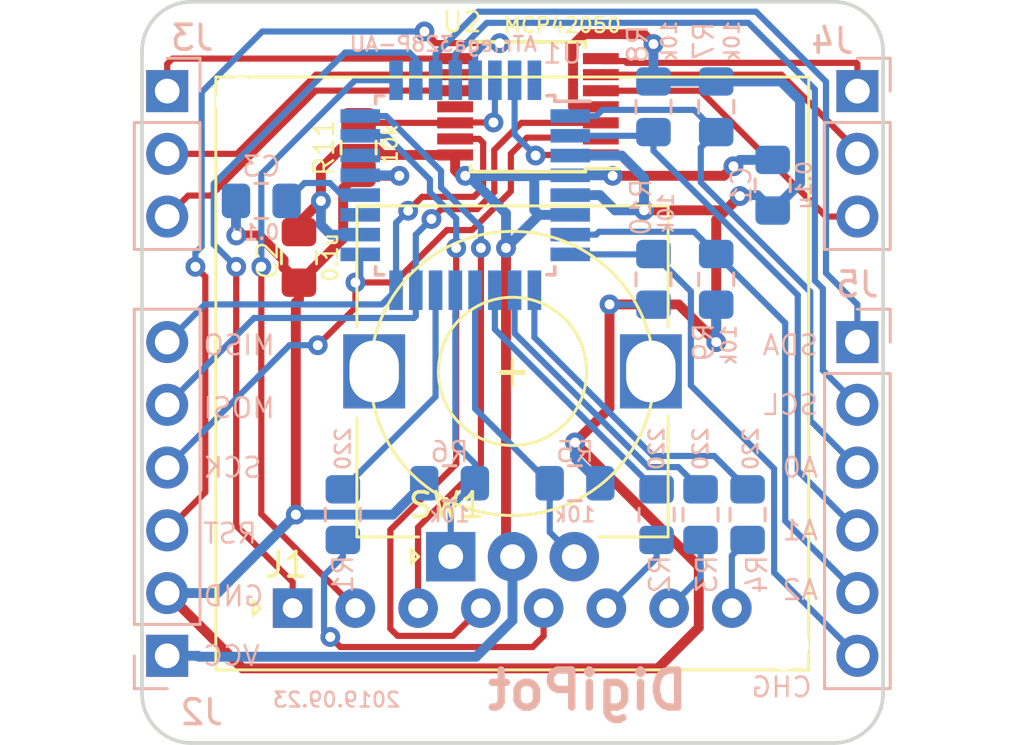
<source format=kicad_pcb>
(kicad_pcb (version 20171130) (host pcbnew "(5.0.2-5)-5")

  (general
    (thickness 1.6)
    (drawings 24)
    (tracks 371)
    (zones 0)
    (modules 22)
    (nets 40)
  )

  (page A4)
  (layers
    (0 F.Cu signal)
    (31 B.Cu signal)
    (32 B.Adhes user)
    (33 F.Adhes user)
    (34 B.Paste user)
    (35 F.Paste user)
    (36 B.SilkS user)
    (37 F.SilkS user)
    (38 B.Mask user)
    (39 F.Mask user)
    (40 Dwgs.User user hide)
    (41 Cmts.User user)
    (42 Eco1.User user)
    (43 Eco2.User user)
    (44 Edge.Cuts user)
    (45 Margin user)
    (46 B.CrtYd user)
    (47 F.CrtYd user)
    (48 B.Fab user)
    (49 F.Fab user)
  )

  (setup
    (last_trace_width 0.25)
    (trace_clearance 0.2)
    (zone_clearance 0.508)
    (zone_45_only no)
    (trace_min 0.2)
    (segment_width 0.1)
    (edge_width 0.15)
    (via_size 0.8)
    (via_drill 0.4)
    (via_min_size 0.4)
    (via_min_drill 0.3)
    (uvia_size 0.3)
    (uvia_drill 0.1)
    (uvias_allowed no)
    (uvia_min_size 0.2)
    (uvia_min_drill 0.1)
    (pcb_text_width 0.3)
    (pcb_text_size 1.5 1.5)
    (mod_edge_width 0.15)
    (mod_text_size 1 1)
    (mod_text_width 0.15)
    (pad_size 1.524 1.524)
    (pad_drill 0.762)
    (pad_to_mask_clearance 0.051)
    (solder_mask_min_width 0.25)
    (aux_axis_origin 0 0)
    (visible_elements FFFFFF7F)
    (pcbplotparams
      (layerselection 0x010fc_ffffffff)
      (usegerberextensions false)
      (usegerberattributes false)
      (usegerberadvancedattributes false)
      (creategerberjobfile false)
      (excludeedgelayer true)
      (linewidth 0.100000)
      (plotframeref false)
      (viasonmask false)
      (mode 1)
      (useauxorigin false)
      (hpglpennumber 1)
      (hpglpenspeed 20)
      (hpglpendiameter 15.000000)
      (psnegative false)
      (psa4output false)
      (plotreference true)
      (plotvalue true)
      (plotinvisibletext false)
      (padsonsilk false)
      (subtractmaskfromsilk false)
      (outputformat 1)
      (mirror false)
      (drillshape 0)
      (scaleselection 1)
      (outputdirectory "gerber/"))
  )

  (net 0 "")
  (net 1 "Net-(U1-Pad19)")
  (net 2 "Net-(U1-Pad22)")
  (net 3 "Net-(U1-Pad32)")
  (net 4 "Net-(U2-Pad11)")
  (net 5 "Net-(J1-Pad5)")
  (net 6 "Net-(J1-Pad6)")
  (net 7 "Net-(J1-Pad7)")
  (net 8 "Net-(J1-Pad8)")
  (net 9 "Net-(J3-Pad1)")
  (net 10 "Net-(J3-Pad2)")
  (net 11 "Net-(J3-Pad3)")
  (net 12 "Net-(J4-Pad3)")
  (net 13 "Net-(J4-Pad2)")
  (net 14 "Net-(J4-Pad1)")
  (net 15 GND)
  (net 16 +5V)
  (net 17 "Net-(C3-Pad1)")
  (net 18 RST)
  (net 19 SCK)
  (net 20 MOSI)
  (net 21 MISO)
  (net 22 SDA)
  (net 23 SCL)
  (net 24 RE_B)
  (net 25 RE_A)
  (net 26 LED4)
  (net 27 LED3)
  (net 28 LED2)
  (net 29 LED1)
  (net 30 LED5)
  (net 31 LED6)
  (net 32 LED7)
  (net 33 LED8)
  (net 34 A0)
  (net 35 A1)
  (net 36 A2)
  (net 37 CHG)
  (net 38 MCP_SHDN)
  (net 39 MCP_CS)

  (net_class Default "This is the default net class."
    (clearance 0.2)
    (trace_width 0.25)
    (via_dia 0.8)
    (via_drill 0.4)
    (uvia_dia 0.3)
    (uvia_drill 0.1)
    (add_net A0)
    (add_net A1)
    (add_net A2)
    (add_net CHG)
    (add_net LED1)
    (add_net LED2)
    (add_net LED3)
    (add_net LED4)
    (add_net LED5)
    (add_net LED6)
    (add_net LED7)
    (add_net LED8)
    (add_net MCP_CS)
    (add_net MCP_SHDN)
    (add_net MISO)
    (add_net MOSI)
    (add_net "Net-(C3-Pad1)")
    (add_net "Net-(J1-Pad5)")
    (add_net "Net-(J1-Pad6)")
    (add_net "Net-(J1-Pad7)")
    (add_net "Net-(J1-Pad8)")
    (add_net "Net-(J3-Pad1)")
    (add_net "Net-(J3-Pad2)")
    (add_net "Net-(J3-Pad3)")
    (add_net "Net-(J4-Pad1)")
    (add_net "Net-(J4-Pad2)")
    (add_net "Net-(J4-Pad3)")
    (add_net "Net-(U1-Pad19)")
    (add_net "Net-(U1-Pad22)")
    (add_net "Net-(U1-Pad32)")
    (add_net "Net-(U2-Pad11)")
    (add_net RE_A)
    (add_net RE_B)
    (add_net RST)
    (add_net SCK)
    (add_net SCL)
    (add_net SDA)
  )

  (net_class Thick ""
    (clearance 0.2)
    (trace_width 0.4)
    (via_dia 0.8)
    (via_drill 0.4)
    (uvia_dia 0.3)
    (uvia_drill 0.1)
    (add_net +5V)
    (add_net GND)
  )

  (module Resistor_SMD:R_0805_2012Metric_Pad1.15x1.40mm_HandSolder (layer B.Cu) (tedit 5D850FF1) (tstamp 5D89A75F)
    (at 158.115 98.425 90)
    (descr "Resistor SMD 0805 (2012 Metric), square (rectangular) end terminal, IPC_7351 nominal with elongated pad for handsoldering. (Body size source: https://docs.google.com/spreadsheets/d/1BsfQQcO9C6DZCsRaXUlFlo91Tg2WpOkGARC1WS5S8t0/edit?usp=sharing), generated with kicad-footprint-generator")
    (tags "resistor handsolder")
    (path /601C584B)
    (attr smd)
    (fp_text reference R4 (at -2.413 0.381 90) (layer B.SilkS)
      (effects (font (size 0.8 0.8) (thickness 0.1)) (justify mirror))
    )
    (fp_text value 220 (at 2.667 0.127 90) (layer B.SilkS)
      (effects (font (size 0.6 0.6) (thickness 0.1)) (justify mirror))
    )
    (fp_text user %R (at 0 0 90) (layer B.Fab)
      (effects (font (size 0.5 0.5) (thickness 0.08)) (justify mirror))
    )
    (fp_line (start 1.85 -0.95) (end -1.85 -0.95) (layer B.CrtYd) (width 0.05))
    (fp_line (start 1.85 0.95) (end 1.85 -0.95) (layer B.CrtYd) (width 0.05))
    (fp_line (start -1.85 0.95) (end 1.85 0.95) (layer B.CrtYd) (width 0.05))
    (fp_line (start -1.85 -0.95) (end -1.85 0.95) (layer B.CrtYd) (width 0.05))
    (fp_line (start -0.261252 -0.71) (end 0.261252 -0.71) (layer B.SilkS) (width 0.12))
    (fp_line (start -0.261252 0.71) (end 0.261252 0.71) (layer B.SilkS) (width 0.12))
    (fp_line (start 1 -0.6) (end -1 -0.6) (layer B.Fab) (width 0.1))
    (fp_line (start 1 0.6) (end 1 -0.6) (layer B.Fab) (width 0.1))
    (fp_line (start -1 0.6) (end 1 0.6) (layer B.Fab) (width 0.1))
    (fp_line (start -1 -0.6) (end -1 0.6) (layer B.Fab) (width 0.1))
    (pad 2 smd roundrect (at 1.025 0 90) (size 1.15 1.4) (layers B.Cu B.Paste B.Mask) (roundrect_rratio 0.217391)
      (net 33 LED8))
    (pad 1 smd roundrect (at -1.025 0 90) (size 1.15 1.4) (layers B.Cu B.Paste B.Mask) (roundrect_rratio 0.217391)
      (net 8 "Net-(J1-Pad8)"))
    (model ${KISYS3DMOD}/Resistor_SMD.3dshapes/R_0805_2012Metric.wrl
      (at (xyz 0 0 0))
      (scale (xyz 1 1 1))
      (rotate (xyz 0 0 0))
    )
  )

  (module Annular_LED_Ring:Annular_LED_Ring (layer F.Cu) (tedit 5A64F4AE) (tstamp 5D8834B6)
    (at 139.6984 102.2096 90)
    (descr "Annular LED ring display green bars and red dot")
    (tags "LED ring")
    (path /601C51ED)
    (fp_text reference J1 (at 1.7526 -0.2524 180) (layer F.SilkS)
      (effects (font (size 1 1) (thickness 0.15)))
    )
    (fp_text value Conn_01x08_Male (at -3.5306 10.9982 180) (layer F.Fab)
      (effects (font (size 1 1) (thickness 0.15)))
    )
    (fp_circle (center 9.5 8.89) (end 15.15 8.89) (layer F.Fab) (width 0.12))
    (fp_circle (center 9.5 8.89) (end 15.25 8.89) (layer F.SilkS) (width 0.12))
    (fp_line (start -2.4 20.79) (end -2.4 -3.01) (layer F.Fab) (width 0.12))
    (fp_line (start 21.4 20.79) (end -2.4 20.79) (layer F.Fab) (width 0.12))
    (fp_line (start 21.4 -3.01) (end 21.4 20.79) (layer F.Fab) (width 0.12))
    (fp_line (start -2.4 -3.01) (end 21.4 -3.01) (layer F.Fab) (width 0.12))
    (fp_line (start -2.5 20.89) (end -2.5 -3.11) (layer F.SilkS) (width 0.12))
    (fp_line (start 21.5 20.89) (end -2.5 20.89) (layer F.SilkS) (width 0.12))
    (fp_line (start 21.5 -3.11) (end 21.5 20.89) (layer F.SilkS) (width 0.12))
    (fp_line (start -2.5 -3.11) (end 21.5 -3.11) (layer F.SilkS) (width 0.12))
    (fp_line (start 0 -1.3) (end -0.3 -1.6) (layer F.SilkS) (width 0.12))
    (fp_line (start -0.3 -1.6) (end 0.3 -1.6) (layer F.SilkS) (width 0.12))
    (fp_line (start 0.3 -1.6) (end 0 -1.3) (layer F.SilkS) (width 0.12))
    (fp_text user %R (at 13.5 13 90) (layer F.Fab)
      (effects (font (size 1 1) (thickness 0.15)))
    )
    (fp_line (start 9.5 5.89) (end 9.5 13.89) (layer F.Fab) (width 0.12))
    (fp_line (start 6.5 8.89) (end 12.5 8.89) (layer F.Fab) (width 0.12))
    (fp_line (start 9.5 8.39) (end 9.5 9.39) (layer F.SilkS) (width 0.12))
    (fp_line (start 9 8.89) (end 10 8.89) (layer F.SilkS) (width 0.12))
    (pad "" np_thru_hole circle (at -1.5 19.89 90) (size 2 2) (drill 2) (layers *.Cu *.Mask))
    (pad "" np_thru_hole circle (at 20 19.39 90) (size 1.5 1.5) (drill 1.5) (layers *.Cu *.Mask))
    (pad "" np_thru_hole circle (at 20.5 -2.11 90) (size 2 2) (drill 2) (layers *.Cu *.Mask))
    (pad 8 thru_hole oval (at 0 17.78 90) (size 1.6 1.6) (drill 0.8) (layers *.Cu *.Mask)
      (net 8 "Net-(J1-Pad8)"))
    (pad 7 thru_hole oval (at 0 15.24 90) (size 1.6 1.6) (drill 0.8) (layers *.Cu *.Mask)
      (net 7 "Net-(J1-Pad7)"))
    (pad 6 thru_hole oval (at 0 12.7 90) (size 1.6 1.6) (drill 0.8) (layers *.Cu *.Mask)
      (net 6 "Net-(J1-Pad6)"))
    (pad 5 thru_hole oval (at 0 10.16 90) (size 1.6 1.6) (drill 0.8) (layers *.Cu *.Mask)
      (net 5 "Net-(J1-Pad5)"))
    (pad 4 thru_hole oval (at 0 7.62 90) (size 1.6 1.6) (drill 0.8) (layers *.Cu *.Mask)
      (net 26 LED4))
    (pad 3 thru_hole oval (at 0 5.08 90) (size 1.6 1.6) (drill 0.8) (layers *.Cu *.Mask)
      (net 27 LED3))
    (pad 2 thru_hole oval (at 0 2.54 90) (size 1.6 1.6) (drill 0.8) (layers *.Cu *.Mask)
      (net 28 LED2))
    (pad 1 thru_hole rect (at 0 0 90) (size 1.6 1.6) (drill 0.8) (layers *.Cu *.Mask)
      (net 29 LED1))
  )

  (module Rotary_Encoder:RotaryEncoder_Alps_EC12E_Vertical_H20mm (layer F.Cu) (tedit 5A64F4AE) (tstamp 5D860BAE)
    (at 146.0992 100.1268 90)
    (descr "Alps rotary encoder, EC12E..., vertical shaft, http://www.alps.com/prod/info/E/HTML/Encoder/Incremental/EC12E/EC12E1240405.html")
    (tags "rotary encoder")
    (path /601C4FD5)
    (fp_text reference SW1 (at 2.0828 -0.1762 180) (layer F.SilkS)
      (effects (font (size 1 1) (thickness 0.15)))
    )
    (fp_text value Rotary_Encoder (at 7.5 10.4 90) (layer F.Fab)
      (effects (font (size 1 1) (thickness 0.15)))
    )
    (fp_line (start 7 2.5) (end 8 2.5) (layer F.SilkS) (width 0.12))
    (fp_line (start 7.5 2) (end 7.5 3) (layer F.SilkS) (width 0.12))
    (fp_line (start 4.5 2.5) (end 10.5 2.5) (layer F.Fab) (width 0.12))
    (fp_line (start 7.5 -0.5) (end 7.5 5.5) (layer F.Fab) (width 0.12))
    (fp_text user %R (at 11.5 6.6 90) (layer F.Fab)
      (effects (font (size 1 1) (thickness 0.15)))
    )
    (fp_line (start 0.3 -1.6) (end 0 -1.3) (layer F.SilkS) (width 0.12))
    (fp_line (start -0.3 -1.6) (end 0.3 -1.6) (layer F.SilkS) (width 0.12))
    (fp_line (start 0 -1.3) (end -0.3 -1.6) (layer F.SilkS) (width 0.12))
    (fp_line (start 0.8 -3.8) (end 0.8 -1.3) (layer F.SilkS) (width 0.12))
    (fp_line (start 5.6 -3.8) (end 0.8 -3.8) (layer F.SilkS) (width 0.12))
    (fp_line (start 0.8 8.8) (end 0.8 6) (layer F.SilkS) (width 0.12))
    (fp_line (start 5.7 8.8) (end 0.8 8.8) (layer F.SilkS) (width 0.12))
    (fp_line (start 14.2 8.8) (end 9.3 8.8) (layer F.SilkS) (width 0.12))
    (fp_line (start 14.2 -3.8) (end 14.2 8.8) (layer F.SilkS) (width 0.12))
    (fp_line (start 9.3 -3.8) (end 14.2 -3.8) (layer F.SilkS) (width 0.12))
    (fp_line (start 0.9 -2.6) (end 1.9 -3.7) (layer F.Fab) (width 0.12))
    (fp_line (start 0.9 8.7) (end 0.9 -2.6) (layer F.Fab) (width 0.12))
    (fp_line (start 14.1 8.7) (end 0.9 8.7) (layer F.Fab) (width 0.12))
    (fp_line (start 14.1 -3.7) (end 14.1 8.7) (layer F.Fab) (width 0.12))
    (fp_line (start 1.9 -3.7) (end 14.1 -3.7) (layer F.Fab) (width 0.12))
    (fp_line (start -1.25 -4.6) (end 14.35 -4.6) (layer F.CrtYd) (width 0.05))
    (fp_line (start -1.25 -4.6) (end -1.25 9.6) (layer F.CrtYd) (width 0.05))
    (fp_line (start 14.35 9.6) (end 14.35 -4.6) (layer F.CrtYd) (width 0.05))
    (fp_line (start 14.35 9.6) (end -1.25 9.6) (layer F.CrtYd) (width 0.05))
    (fp_circle (center 7.5 2.5) (end 10.5 2.5) (layer F.SilkS) (width 0.12))
    (fp_circle (center 7.5 2.5) (end 10.5 2.5) (layer F.Fab) (width 0.12))
    (pad MP thru_hole rect (at 7.5 8.1 90) (size 3 2.5) (drill oval 2.5 2) (layers *.Cu *.Mask))
    (pad MP thru_hole rect (at 7.5 -3.1 90) (size 3 2.5) (drill oval 2.5 2) (layers *.Cu *.Mask))
    (pad B thru_hole circle (at 0 5 90) (size 2 2) (drill 1) (layers *.Cu *.Mask)
      (net 24 RE_B))
    (pad C thru_hole circle (at 0 2.5 90) (size 2 2) (drill 1) (layers *.Cu *.Mask)
      (net 16 +5V))
    (pad A thru_hole rect (at 0 0 90) (size 2 2) (drill 1) (layers *.Cu *.Mask)
      (net 25 RE_A))
    (model ${KISYS3DMOD}/Rotary_Encoder.3dshapes/RotaryEncoder_Alps_EC12E_Vertical_H20mm.wrl
      (at (xyz 0 0 0))
      (scale (xyz 1 1 1))
      (rotate (xyz 0 0 0))
    )
  )

  (module Package_QFP:TQFP-32_7x7mm_P0.8mm (layer B.Cu) (tedit 5D851158) (tstamp 5D8953F8)
    (at 146.685 85.09 180)
    (descr "32-Lead Plastic Thin Quad Flatpack (PT) - 7x7x1.0 mm Body, 2.00 mm [TQFP] (see Microchip Packaging Specification 00000049BS.pdf)")
    (tags "QFP 0.8")
    (path /601C4EF1)
    (attr smd)
    (fp_text reference U1 (at -3.937 5.334 180) (layer B.SilkS)
      (effects (font (size 0.8 0.8) (thickness 0.1)) (justify mirror))
    )
    (fp_text value ATmega328P-AU (at 0.889 5.715 180) (layer B.SilkS)
      (effects (font (size 0.6 0.6) (thickness 0.1)) (justify mirror))
    )
    (fp_text user %R (at 0 0 180) (layer B.Fab)
      (effects (font (size 1 1) (thickness 0.15)) (justify mirror))
    )
    (fp_line (start -2.5 3.5) (end 3.5 3.5) (layer B.Fab) (width 0.15))
    (fp_line (start 3.5 3.5) (end 3.5 -3.5) (layer B.Fab) (width 0.15))
    (fp_line (start 3.5 -3.5) (end -3.5 -3.5) (layer B.Fab) (width 0.15))
    (fp_line (start -3.5 -3.5) (end -3.5 2.5) (layer B.Fab) (width 0.15))
    (fp_line (start -3.5 2.5) (end -2.5 3.5) (layer B.Fab) (width 0.15))
    (fp_line (start -5.3 5.3) (end -5.3 -5.3) (layer B.CrtYd) (width 0.05))
    (fp_line (start 5.3 5.3) (end 5.3 -5.3) (layer B.CrtYd) (width 0.05))
    (fp_line (start -5.3 5.3) (end 5.3 5.3) (layer B.CrtYd) (width 0.05))
    (fp_line (start -5.3 -5.3) (end 5.3 -5.3) (layer B.CrtYd) (width 0.05))
    (fp_line (start -3.625 3.625) (end -3.625 3.4) (layer B.SilkS) (width 0.15))
    (fp_line (start 3.625 3.625) (end 3.625 3.3) (layer B.SilkS) (width 0.15))
    (fp_line (start 3.625 -3.625) (end 3.625 -3.3) (layer B.SilkS) (width 0.15))
    (fp_line (start -3.625 -3.625) (end -3.625 -3.3) (layer B.SilkS) (width 0.15))
    (fp_line (start -3.625 3.625) (end -3.3 3.625) (layer B.SilkS) (width 0.15))
    (fp_line (start -3.625 -3.625) (end -3.3 -3.625) (layer B.SilkS) (width 0.15))
    (fp_line (start 3.625 -3.625) (end 3.3 -3.625) (layer B.SilkS) (width 0.15))
    (fp_line (start 3.625 3.625) (end 3.3 3.625) (layer B.SilkS) (width 0.15))
    (fp_line (start -3.625 3.4) (end -5.05 3.4) (layer B.SilkS) (width 0.15))
    (pad 1 smd rect (at -4.25 2.8 180) (size 1.6 0.55) (layers B.Cu B.Paste B.Mask)
      (net 34 A0))
    (pad 2 smd rect (at -4.25 2 180) (size 1.6 0.55) (layers B.Cu B.Paste B.Mask)
      (net 35 A1))
    (pad 3 smd rect (at -4.25 1.2 180) (size 1.6 0.55) (layers B.Cu B.Paste B.Mask)
      (net 15 GND))
    (pad 4 smd rect (at -4.25 0.4 180) (size 1.6 0.55) (layers B.Cu B.Paste B.Mask)
      (net 16 +5V))
    (pad 5 smd rect (at -4.25 -0.4 180) (size 1.6 0.55) (layers B.Cu B.Paste B.Mask)
      (net 15 GND))
    (pad 6 smd rect (at -4.25 -1.2 180) (size 1.6 0.55) (layers B.Cu B.Paste B.Mask)
      (net 16 +5V))
    (pad 7 smd rect (at -4.25 -2 180) (size 1.6 0.55) (layers B.Cu B.Paste B.Mask)
      (net 36 A2))
    (pad 8 smd rect (at -4.25 -2.8 180) (size 1.6 0.55) (layers B.Cu B.Paste B.Mask)
      (net 37 CHG))
    (pad 9 smd rect (at -2.8 -4.25 90) (size 1.6 0.55) (layers B.Cu B.Paste B.Mask)
      (net 33 LED8))
    (pad 10 smd rect (at -2 -4.25 90) (size 1.6 0.55) (layers B.Cu B.Paste B.Mask)
      (net 32 LED7))
    (pad 11 smd rect (at -1.2 -4.25 90) (size 1.6 0.55) (layers B.Cu B.Paste B.Mask)
      (net 31 LED6))
    (pad 12 smd rect (at -0.4 -4.25 90) (size 1.6 0.55) (layers B.Cu B.Paste B.Mask)
      (net 24 RE_B))
    (pad 13 smd rect (at 0.4 -4.25 90) (size 1.6 0.55) (layers B.Cu B.Paste B.Mask)
      (net 25 RE_A))
    (pad 14 smd rect (at 1.2 -4.25 90) (size 1.6 0.55) (layers B.Cu B.Paste B.Mask)
      (net 30 LED5))
    (pad 15 smd rect (at 2 -4.25 90) (size 1.6 0.55) (layers B.Cu B.Paste B.Mask)
      (net 20 MOSI))
    (pad 16 smd rect (at 2.8 -4.25 90) (size 1.6 0.55) (layers B.Cu B.Paste B.Mask)
      (net 21 MISO))
    (pad 17 smd rect (at 4.25 -2.8 180) (size 1.6 0.55) (layers B.Cu B.Paste B.Mask)
      (net 19 SCK))
    (pad 18 smd rect (at 4.25 -2 180) (size 1.6 0.55) (layers B.Cu B.Paste B.Mask)
      (net 16 +5V))
    (pad 19 smd rect (at 4.25 -1.2 180) (size 1.6 0.55) (layers B.Cu B.Paste B.Mask)
      (net 1 "Net-(U1-Pad19)"))
    (pad 20 smd rect (at 4.25 -0.4 180) (size 1.6 0.55) (layers B.Cu B.Paste B.Mask)
      (net 17 "Net-(C3-Pad1)"))
    (pad 21 smd rect (at 4.25 0.4 180) (size 1.6 0.55) (layers B.Cu B.Paste B.Mask)
      (net 15 GND))
    (pad 22 smd rect (at 4.25 1.2 180) (size 1.6 0.55) (layers B.Cu B.Paste B.Mask)
      (net 2 "Net-(U1-Pad22)"))
    (pad 23 smd rect (at 4.25 2 180) (size 1.6 0.55) (layers B.Cu B.Paste B.Mask)
      (net 26 LED4))
    (pad 24 smd rect (at 4.25 2.8 180) (size 1.6 0.55) (layers B.Cu B.Paste B.Mask)
      (net 27 LED3))
    (pad 25 smd rect (at 2.8 4.25 90) (size 1.6 0.55) (layers B.Cu B.Paste B.Mask)
      (net 28 LED2))
    (pad 26 smd rect (at 2 4.25 90) (size 1.6 0.55) (layers B.Cu B.Paste B.Mask)
      (net 29 LED1))
    (pad 27 smd rect (at 1.2 4.25 90) (size 1.6 0.55) (layers B.Cu B.Paste B.Mask)
      (net 22 SDA))
    (pad 28 smd rect (at 0.4 4.25 90) (size 1.6 0.55) (layers B.Cu B.Paste B.Mask)
      (net 23 SCL))
    (pad 29 smd rect (at -0.4 4.25 90) (size 1.6 0.55) (layers B.Cu B.Paste B.Mask)
      (net 18 RST))
    (pad 30 smd rect (at -1.2 4.25 90) (size 1.6 0.55) (layers B.Cu B.Paste B.Mask)
      (net 38 MCP_SHDN))
    (pad 31 smd rect (at -2 4.25 90) (size 1.6 0.55) (layers B.Cu B.Paste B.Mask)
      (net 39 MCP_CS))
    (pad 32 smd rect (at -2.8 4.25 90) (size 1.6 0.55) (layers B.Cu B.Paste B.Mask)
      (net 3 "Net-(U1-Pad32)"))
    (model ${KISYS3DMOD}/Package_QFP.3dshapes/TQFP-32_7x7mm_P0.8mm.wrl
      (at (xyz 0 0 0))
      (scale (xyz 1 1 1))
      (rotate (xyz 0 0 0))
    )
  )

  (module Package_SO:TSSOP-14_4.4x5mm_P0.65mm (layer F.Cu) (tedit 5D850E9C) (tstamp 5D8835C3)
    (at 149.225 81.915 180)
    (descr "14-Lead Plastic Thin Shrink Small Outline (ST)-4.4 mm Body [TSSOP] (see Microchip Packaging Specification 00000049BS.pdf)")
    (tags "SSOP 0.65")
    (path /601C4DD9)
    (attr smd)
    (fp_text reference U2 (at 2.667 3.429 180) (layer F.SilkS)
      (effects (font (size 0.8 0.8) (thickness 0.1)))
    )
    (fp_text value MCP42050 (at -1.397 3.302 180) (layer F.SilkS)
      (effects (font (size 0.6 0.6) (thickness 0.1)))
    )
    (fp_line (start -1.2 -2.5) (end 2.2 -2.5) (layer F.Fab) (width 0.15))
    (fp_line (start 2.2 -2.5) (end 2.2 2.5) (layer F.Fab) (width 0.15))
    (fp_line (start 2.2 2.5) (end -2.2 2.5) (layer F.Fab) (width 0.15))
    (fp_line (start -2.2 2.5) (end -2.2 -1.5) (layer F.Fab) (width 0.15))
    (fp_line (start -2.2 -1.5) (end -1.2 -2.5) (layer F.Fab) (width 0.15))
    (fp_line (start -3.95 -2.8) (end -3.95 2.8) (layer F.CrtYd) (width 0.05))
    (fp_line (start 3.95 -2.8) (end 3.95 2.8) (layer F.CrtYd) (width 0.05))
    (fp_line (start -3.95 -2.8) (end 3.95 -2.8) (layer F.CrtYd) (width 0.05))
    (fp_line (start -3.95 2.8) (end 3.95 2.8) (layer F.CrtYd) (width 0.05))
    (fp_line (start -2.325 -2.625) (end -2.325 -2.5) (layer F.SilkS) (width 0.15))
    (fp_line (start 2.325 -2.625) (end 2.325 -2.4) (layer F.SilkS) (width 0.15))
    (fp_line (start 2.325 2.625) (end 2.325 2.4) (layer F.SilkS) (width 0.15))
    (fp_line (start -2.325 2.625) (end -2.325 2.4) (layer F.SilkS) (width 0.15))
    (fp_line (start -2.325 -2.625) (end 2.325 -2.625) (layer F.SilkS) (width 0.15))
    (fp_line (start -2.325 2.625) (end 2.325 2.625) (layer F.SilkS) (width 0.15))
    (fp_line (start -2.325 -2.5) (end -3.675 -2.5) (layer F.SilkS) (width 0.15))
    (fp_text user %R (at 0 0 180) (layer F.Fab)
      (effects (font (size 0.8 0.8) (thickness 0.15)))
    )
    (pad 1 smd rect (at -2.95 -1.95 180) (size 1.45 0.45) (layers F.Cu F.Paste F.Mask)
      (net 39 MCP_CS))
    (pad 2 smd rect (at -2.95 -1.3 180) (size 1.45 0.45) (layers F.Cu F.Paste F.Mask)
      (net 19 SCK))
    (pad 3 smd rect (at -2.95 -0.65 180) (size 1.45 0.45) (layers F.Cu F.Paste F.Mask)
      (net 20 MOSI))
    (pad 4 smd rect (at -2.95 0 180) (size 1.45 0.45) (layers F.Cu F.Paste F.Mask)
      (net 15 GND))
    (pad 5 smd rect (at -2.95 0.65 180) (size 1.45 0.45) (layers F.Cu F.Paste F.Mask)
      (net 12 "Net-(J4-Pad3)"))
    (pad 6 smd rect (at -2.95 1.3 180) (size 1.45 0.45) (layers F.Cu F.Paste F.Mask)
      (net 13 "Net-(J4-Pad2)"))
    (pad 7 smd rect (at -2.95 1.95 180) (size 1.45 0.45) (layers F.Cu F.Paste F.Mask)
      (net 14 "Net-(J4-Pad1)"))
    (pad 8 smd rect (at 2.95 1.95 180) (size 1.45 0.45) (layers F.Cu F.Paste F.Mask)
      (net 9 "Net-(J3-Pad1)"))
    (pad 9 smd rect (at 2.95 1.3 180) (size 1.45 0.45) (layers F.Cu F.Paste F.Mask)
      (net 10 "Net-(J3-Pad2)"))
    (pad 10 smd rect (at 2.95 0.65 180) (size 1.45 0.45) (layers F.Cu F.Paste F.Mask)
      (net 11 "Net-(J3-Pad3)"))
    (pad 11 smd rect (at 2.95 0 180) (size 1.45 0.45) (layers F.Cu F.Paste F.Mask)
      (net 4 "Net-(U2-Pad11)"))
    (pad 12 smd rect (at 2.95 -0.65 180) (size 1.45 0.45) (layers F.Cu F.Paste F.Mask)
      (net 38 MCP_SHDN))
    (pad 13 smd rect (at 2.95 -1.3 180) (size 1.45 0.45) (layers F.Cu F.Paste F.Mask)
      (net 21 MISO))
    (pad 14 smd rect (at 2.95 -1.95 180) (size 1.45 0.45) (layers F.Cu F.Paste F.Mask)
      (net 16 +5V))
    (model ${KISYS3DMOD}/Package_SO.3dshapes/TSSOP-14_4.4x5mm_P0.65mm.wrl
      (at (xyz 0 0 0))
      (scale (xyz 1 1 1))
      (rotate (xyz 0 0 0))
    )
  )

  (module Connector_PinHeader_2.54mm:PinHeader_1x06_P2.54mm_Vertical (layer B.Cu) (tedit 59FED5CC) (tstamp 5D85FA2A)
    (at 134.62 104.14)
    (descr "Through hole straight pin header, 1x06, 2.54mm pitch, single row")
    (tags "Through hole pin header THT 1x06 2.54mm single row")
    (path /601C53BB)
    (fp_text reference J2 (at 1.397 2.286) (layer B.SilkS)
      (effects (font (size 1 1) (thickness 0.15)) (justify mirror))
    )
    (fp_text value Conn_01x06_Male (at 0 -15.03) (layer B.Fab)
      (effects (font (size 1 1) (thickness 0.15)) (justify mirror))
    )
    (fp_line (start -0.635 1.27) (end 1.27 1.27) (layer B.Fab) (width 0.1))
    (fp_line (start 1.27 1.27) (end 1.27 -13.97) (layer B.Fab) (width 0.1))
    (fp_line (start 1.27 -13.97) (end -1.27 -13.97) (layer B.Fab) (width 0.1))
    (fp_line (start -1.27 -13.97) (end -1.27 0.635) (layer B.Fab) (width 0.1))
    (fp_line (start -1.27 0.635) (end -0.635 1.27) (layer B.Fab) (width 0.1))
    (fp_line (start -1.33 -14.03) (end 1.33 -14.03) (layer B.SilkS) (width 0.12))
    (fp_line (start -1.33 -1.27) (end -1.33 -14.03) (layer B.SilkS) (width 0.12))
    (fp_line (start 1.33 -1.27) (end 1.33 -14.03) (layer B.SilkS) (width 0.12))
    (fp_line (start -1.33 -1.27) (end 1.33 -1.27) (layer B.SilkS) (width 0.12))
    (fp_line (start -1.33 0) (end -1.33 1.33) (layer B.SilkS) (width 0.12))
    (fp_line (start -1.33 1.33) (end 0 1.33) (layer B.SilkS) (width 0.12))
    (fp_line (start -1.8 1.8) (end -1.8 -14.5) (layer B.CrtYd) (width 0.05))
    (fp_line (start -1.8 -14.5) (end 1.8 -14.5) (layer B.CrtYd) (width 0.05))
    (fp_line (start 1.8 -14.5) (end 1.8 1.8) (layer B.CrtYd) (width 0.05))
    (fp_line (start 1.8 1.8) (end -1.8 1.8) (layer B.CrtYd) (width 0.05))
    (fp_text user %R (at 0 -6.35 -90) (layer B.Fab)
      (effects (font (size 1 1) (thickness 0.15)) (justify mirror))
    )
    (pad 1 thru_hole rect (at 0 0) (size 1.7 1.7) (drill 1) (layers *.Cu *.Mask)
      (net 16 +5V))
    (pad 2 thru_hole oval (at 0 -2.54) (size 1.7 1.7) (drill 1) (layers *.Cu *.Mask)
      (net 15 GND))
    (pad 3 thru_hole oval (at 0 -5.08) (size 1.7 1.7) (drill 1) (layers *.Cu *.Mask)
      (net 18 RST))
    (pad 4 thru_hole oval (at 0 -7.62) (size 1.7 1.7) (drill 1) (layers *.Cu *.Mask)
      (net 19 SCK))
    (pad 5 thru_hole oval (at 0 -10.16) (size 1.7 1.7) (drill 1) (layers *.Cu *.Mask)
      (net 20 MOSI))
    (pad 6 thru_hole oval (at 0 -12.7) (size 1.7 1.7) (drill 1) (layers *.Cu *.Mask)
      (net 21 MISO))
    (model ${KISYS3DMOD}/Connector_PinHeader_2.54mm.3dshapes/PinHeader_1x06_P2.54mm_Vertical.wrl
      (at (xyz 0 0 0))
      (scale (xyz 1 1 1))
      (rotate (xyz 0 0 0))
    )
  )

  (module Connector_PinHeader_2.54mm:PinHeader_1x03_P2.54mm_Vertical (layer B.Cu) (tedit 59FED5CC) (tstamp 5D89AE7C)
    (at 134.62 81.28 180)
    (descr "Through hole straight pin header, 1x03, 2.54mm pitch, single row")
    (tags "Through hole pin header THT 1x03 2.54mm single row")
    (path /601C5542)
    (fp_text reference J3 (at -1.016 2.159 180) (layer B.SilkS)
      (effects (font (size 1 1) (thickness 0.15)) (justify mirror))
    )
    (fp_text value Conn_01x03_Male (at 0 -7.41 180) (layer B.Fab)
      (effects (font (size 1 1) (thickness 0.15)) (justify mirror))
    )
    (fp_line (start -0.635 1.27) (end 1.27 1.27) (layer B.Fab) (width 0.1))
    (fp_line (start 1.27 1.27) (end 1.27 -6.35) (layer B.Fab) (width 0.1))
    (fp_line (start 1.27 -6.35) (end -1.27 -6.35) (layer B.Fab) (width 0.1))
    (fp_line (start -1.27 -6.35) (end -1.27 0.635) (layer B.Fab) (width 0.1))
    (fp_line (start -1.27 0.635) (end -0.635 1.27) (layer B.Fab) (width 0.1))
    (fp_line (start -1.33 -6.41) (end 1.33 -6.41) (layer B.SilkS) (width 0.12))
    (fp_line (start -1.33 -1.27) (end -1.33 -6.41) (layer B.SilkS) (width 0.12))
    (fp_line (start 1.33 -1.27) (end 1.33 -6.41) (layer B.SilkS) (width 0.12))
    (fp_line (start -1.33 -1.27) (end 1.33 -1.27) (layer B.SilkS) (width 0.12))
    (fp_line (start -1.33 0) (end -1.33 1.33) (layer B.SilkS) (width 0.12))
    (fp_line (start -1.33 1.33) (end 0 1.33) (layer B.SilkS) (width 0.12))
    (fp_line (start -1.8 1.8) (end -1.8 -6.85) (layer B.CrtYd) (width 0.05))
    (fp_line (start -1.8 -6.85) (end 1.8 -6.85) (layer B.CrtYd) (width 0.05))
    (fp_line (start 1.8 -6.85) (end 1.8 1.8) (layer B.CrtYd) (width 0.05))
    (fp_line (start 1.8 1.8) (end -1.8 1.8) (layer B.CrtYd) (width 0.05))
    (fp_text user %R (at 0 -2.54 90) (layer B.Fab)
      (effects (font (size 1 1) (thickness 0.15)) (justify mirror))
    )
    (pad 1 thru_hole rect (at 0 0 180) (size 1.7 1.7) (drill 1) (layers *.Cu *.Mask)
      (net 9 "Net-(J3-Pad1)"))
    (pad 2 thru_hole oval (at 0 -2.54 180) (size 1.7 1.7) (drill 1) (layers *.Cu *.Mask)
      (net 10 "Net-(J3-Pad2)"))
    (pad 3 thru_hole oval (at 0 -5.08 180) (size 1.7 1.7) (drill 1) (layers *.Cu *.Mask)
      (net 11 "Net-(J3-Pad3)"))
    (model ${KISYS3DMOD}/Connector_PinHeader_2.54mm.3dshapes/PinHeader_1x03_P2.54mm_Vertical.wrl
      (at (xyz 0 0 0))
      (scale (xyz 1 1 1))
      (rotate (xyz 0 0 0))
    )
  )

  (module Connector_PinHeader_2.54mm:PinHeader_1x03_P2.54mm_Vertical (layer B.Cu) (tedit 59FED5CC) (tstamp 5D85FA58)
    (at 162.56 81.28 180)
    (descr "Through hole straight pin header, 1x03, 2.54mm pitch, single row")
    (tags "Through hole pin header THT 1x03 2.54mm single row")
    (path /601C55B7)
    (fp_text reference J4 (at 1.016 2.032 180) (layer B.SilkS)
      (effects (font (size 1 1) (thickness 0.15)) (justify mirror))
    )
    (fp_text value Conn_01x03_Male (at 0 -7.41 180) (layer B.Fab)
      (effects (font (size 1 1) (thickness 0.15)) (justify mirror))
    )
    (fp_text user %R (at 0 -2.54 90) (layer B.Fab)
      (effects (font (size 1 1) (thickness 0.15)) (justify mirror))
    )
    (fp_line (start 1.8 1.8) (end -1.8 1.8) (layer B.CrtYd) (width 0.05))
    (fp_line (start 1.8 -6.85) (end 1.8 1.8) (layer B.CrtYd) (width 0.05))
    (fp_line (start -1.8 -6.85) (end 1.8 -6.85) (layer B.CrtYd) (width 0.05))
    (fp_line (start -1.8 1.8) (end -1.8 -6.85) (layer B.CrtYd) (width 0.05))
    (fp_line (start -1.33 1.33) (end 0 1.33) (layer B.SilkS) (width 0.12))
    (fp_line (start -1.33 0) (end -1.33 1.33) (layer B.SilkS) (width 0.12))
    (fp_line (start -1.33 -1.27) (end 1.33 -1.27) (layer B.SilkS) (width 0.12))
    (fp_line (start 1.33 -1.27) (end 1.33 -6.41) (layer B.SilkS) (width 0.12))
    (fp_line (start -1.33 -1.27) (end -1.33 -6.41) (layer B.SilkS) (width 0.12))
    (fp_line (start -1.33 -6.41) (end 1.33 -6.41) (layer B.SilkS) (width 0.12))
    (fp_line (start -1.27 0.635) (end -0.635 1.27) (layer B.Fab) (width 0.1))
    (fp_line (start -1.27 -6.35) (end -1.27 0.635) (layer B.Fab) (width 0.1))
    (fp_line (start 1.27 -6.35) (end -1.27 -6.35) (layer B.Fab) (width 0.1))
    (fp_line (start 1.27 1.27) (end 1.27 -6.35) (layer B.Fab) (width 0.1))
    (fp_line (start -0.635 1.27) (end 1.27 1.27) (layer B.Fab) (width 0.1))
    (pad 3 thru_hole oval (at 0 -5.08 180) (size 1.7 1.7) (drill 1) (layers *.Cu *.Mask)
      (net 12 "Net-(J4-Pad3)"))
    (pad 2 thru_hole oval (at 0 -2.54 180) (size 1.7 1.7) (drill 1) (layers *.Cu *.Mask)
      (net 13 "Net-(J4-Pad2)"))
    (pad 1 thru_hole rect (at 0 0 180) (size 1.7 1.7) (drill 1) (layers *.Cu *.Mask)
      (net 14 "Net-(J4-Pad1)"))
    (model ${KISYS3DMOD}/Connector_PinHeader_2.54mm.3dshapes/PinHeader_1x03_P2.54mm_Vertical.wrl
      (at (xyz 0 0 0))
      (scale (xyz 1 1 1))
      (rotate (xyz 0 0 0))
    )
  )

  (module Resistor_SMD:R_0805_2012Metric_Pad1.15x1.40mm_HandSolder (layer B.Cu) (tedit 5D850DA5) (tstamp 5D899F73)
    (at 141.732 98.425 90)
    (descr "Resistor SMD 0805 (2012 Metric), square (rectangular) end terminal, IPC_7351 nominal with elongated pad for handsoldering. (Body size source: https://docs.google.com/spreadsheets/d/1BsfQQcO9C6DZCsRaXUlFlo91Tg2WpOkGARC1WS5S8t0/edit?usp=sharing), generated with kicad-footprint-generator")
    (tags "resistor handsolder")
    (path /601C5766)
    (attr smd)
    (fp_text reference R1 (at -2.413 0 90) (layer B.SilkS)
      (effects (font (size 0.8 0.8) (thickness 0.1)) (justify mirror))
    )
    (fp_text value 220 (at 2.667 0 90) (layer B.SilkS)
      (effects (font (size 0.6 0.6) (thickness 0.1)) (justify mirror))
    )
    (fp_line (start -1 -0.6) (end -1 0.6) (layer B.Fab) (width 0.1))
    (fp_line (start -1 0.6) (end 1 0.6) (layer B.Fab) (width 0.1))
    (fp_line (start 1 0.6) (end 1 -0.6) (layer B.Fab) (width 0.1))
    (fp_line (start 1 -0.6) (end -1 -0.6) (layer B.Fab) (width 0.1))
    (fp_line (start -0.261252 0.71) (end 0.261252 0.71) (layer B.SilkS) (width 0.12))
    (fp_line (start -0.261252 -0.71) (end 0.261252 -0.71) (layer B.SilkS) (width 0.12))
    (fp_line (start -1.85 -0.95) (end -1.85 0.95) (layer B.CrtYd) (width 0.05))
    (fp_line (start -1.85 0.95) (end 1.85 0.95) (layer B.CrtYd) (width 0.05))
    (fp_line (start 1.85 0.95) (end 1.85 -0.95) (layer B.CrtYd) (width 0.05))
    (fp_line (start 1.85 -0.95) (end -1.85 -0.95) (layer B.CrtYd) (width 0.05))
    (fp_text user %R (at 0 0 90) (layer B.Fab)
      (effects (font (size 0.5 0.5) (thickness 0.08)) (justify mirror))
    )
    (pad 1 smd roundrect (at -1.025 0 90) (size 1.15 1.4) (layers B.Cu B.Paste B.Mask) (roundrect_rratio 0.217391)
      (net 5 "Net-(J1-Pad5)"))
    (pad 2 smd roundrect (at 1.025 0 90) (size 1.15 1.4) (layers B.Cu B.Paste B.Mask) (roundrect_rratio 0.217391)
      (net 30 LED5))
    (model ${KISYS3DMOD}/Resistor_SMD.3dshapes/R_0805_2012Metric.wrl
      (at (xyz 0 0 0))
      (scale (xyz 1 1 1))
      (rotate (xyz 0 0 0))
    )
  )

  (module Resistor_SMD:R_0805_2012Metric_Pad1.15x1.40mm_HandSolder (layer B.Cu) (tedit 5D851079) (tstamp 5D85FA7A)
    (at 154.432 98.425 90)
    (descr "Resistor SMD 0805 (2012 Metric), square (rectangular) end terminal, IPC_7351 nominal with elongated pad for handsoldering. (Body size source: https://docs.google.com/spreadsheets/d/1BsfQQcO9C6DZCsRaXUlFlo91Tg2WpOkGARC1WS5S8t0/edit?usp=sharing), generated with kicad-footprint-generator")
    (tags "resistor handsolder")
    (path /601C57EE)
    (attr smd)
    (fp_text reference R2 (at -2.413 0.127 90) (layer B.SilkS)
      (effects (font (size 0.8 0.8) (thickness 0.1)) (justify mirror))
    )
    (fp_text value 220 (at 2.667 0 90) (layer B.SilkS)
      (effects (font (size 0.6 0.6) (thickness 0.1)) (justify mirror))
    )
    (fp_text user %R (at 0 0 90) (layer B.Fab)
      (effects (font (size 0.5 0.5) (thickness 0.08)) (justify mirror))
    )
    (fp_line (start 1.85 -0.95) (end -1.85 -0.95) (layer B.CrtYd) (width 0.05))
    (fp_line (start 1.85 0.95) (end 1.85 -0.95) (layer B.CrtYd) (width 0.05))
    (fp_line (start -1.85 0.95) (end 1.85 0.95) (layer B.CrtYd) (width 0.05))
    (fp_line (start -1.85 -0.95) (end -1.85 0.95) (layer B.CrtYd) (width 0.05))
    (fp_line (start -0.261252 -0.71) (end 0.261252 -0.71) (layer B.SilkS) (width 0.12))
    (fp_line (start -0.261252 0.71) (end 0.261252 0.71) (layer B.SilkS) (width 0.12))
    (fp_line (start 1 -0.6) (end -1 -0.6) (layer B.Fab) (width 0.1))
    (fp_line (start 1 0.6) (end 1 -0.6) (layer B.Fab) (width 0.1))
    (fp_line (start -1 0.6) (end 1 0.6) (layer B.Fab) (width 0.1))
    (fp_line (start -1 -0.6) (end -1 0.6) (layer B.Fab) (width 0.1))
    (pad 2 smd roundrect (at 1.025 0 90) (size 1.15 1.4) (layers B.Cu B.Paste B.Mask) (roundrect_rratio 0.217391)
      (net 31 LED6))
    (pad 1 smd roundrect (at -1.025 0 90) (size 1.15 1.4) (layers B.Cu B.Paste B.Mask) (roundrect_rratio 0.217391)
      (net 6 "Net-(J1-Pad6)"))
    (model ${KISYS3DMOD}/Resistor_SMD.3dshapes/R_0805_2012Metric.wrl
      (at (xyz 0 0 0))
      (scale (xyz 1 1 1))
      (rotate (xyz 0 0 0))
    )
  )

  (module Resistor_SMD:R_0805_2012Metric_Pad1.15x1.40mm_HandSolder (layer B.Cu) (tedit 5D851039) (tstamp 5D89A824)
    (at 156.21 98.425 90)
    (descr "Resistor SMD 0805 (2012 Metric), square (rectangular) end terminal, IPC_7351 nominal with elongated pad for handsoldering. (Body size source: https://docs.google.com/spreadsheets/d/1BsfQQcO9C6DZCsRaXUlFlo91Tg2WpOkGARC1WS5S8t0/edit?usp=sharing), generated with kicad-footprint-generator")
    (tags "resistor handsolder")
    (path /601C581D)
    (attr smd)
    (fp_text reference R3 (at -2.413 0.254 90) (layer B.SilkS)
      (effects (font (size 0.8 0.8) (thickness 0.1)) (justify mirror))
    )
    (fp_text value 220 (at 2.667 0 90) (layer B.SilkS)
      (effects (font (size 0.6 0.6) (thickness 0.1)) (justify mirror))
    )
    (fp_line (start -1 -0.6) (end -1 0.6) (layer B.Fab) (width 0.1))
    (fp_line (start -1 0.6) (end 1 0.6) (layer B.Fab) (width 0.1))
    (fp_line (start 1 0.6) (end 1 -0.6) (layer B.Fab) (width 0.1))
    (fp_line (start 1 -0.6) (end -1 -0.6) (layer B.Fab) (width 0.1))
    (fp_line (start -0.261252 0.71) (end 0.261252 0.71) (layer B.SilkS) (width 0.12))
    (fp_line (start -0.261252 -0.71) (end 0.261252 -0.71) (layer B.SilkS) (width 0.12))
    (fp_line (start -1.85 -0.95) (end -1.85 0.95) (layer B.CrtYd) (width 0.05))
    (fp_line (start -1.85 0.95) (end 1.85 0.95) (layer B.CrtYd) (width 0.05))
    (fp_line (start 1.85 0.95) (end 1.85 -0.95) (layer B.CrtYd) (width 0.05))
    (fp_line (start 1.85 -0.95) (end -1.85 -0.95) (layer B.CrtYd) (width 0.05))
    (fp_text user %R (at 0 0 90) (layer B.Fab)
      (effects (font (size 0.5 0.5) (thickness 0.08)) (justify mirror))
    )
    (pad 1 smd roundrect (at -1.025 0 90) (size 1.15 1.4) (layers B.Cu B.Paste B.Mask) (roundrect_rratio 0.217391)
      (net 7 "Net-(J1-Pad7)"))
    (pad 2 smd roundrect (at 1.025 0 90) (size 1.15 1.4) (layers B.Cu B.Paste B.Mask) (roundrect_rratio 0.217391)
      (net 32 LED7))
    (model ${KISYS3DMOD}/Resistor_SMD.3dshapes/R_0805_2012Metric.wrl
      (at (xyz 0 0 0))
      (scale (xyz 1 1 1))
      (rotate (xyz 0 0 0))
    )
  )

  (module Capacitor_SMD:C_0805_2012Metric_Pad1.15x1.40mm_HandSolder (layer B.Cu) (tedit 5D8511A8) (tstamp 5D892A77)
    (at 159.131 85.09 270)
    (descr "Capacitor SMD 0805 (2012 Metric), square (rectangular) end terminal, IPC_7351 nominal with elongated pad for handsoldering. (Body size source: https://docs.google.com/spreadsheets/d/1BsfQQcO9C6DZCsRaXUlFlo91Tg2WpOkGARC1WS5S8t0/edit?usp=sharing), generated with kicad-footprint-generator")
    (tags "capacitor handsolder")
    (path /601C7DA3)
    (attr smd)
    (fp_text reference C1 (at 0 1.27 270) (layer B.SilkS)
      (effects (font (size 0.8 0.8) (thickness 0.1)) (justify mirror))
    )
    (fp_text value 0.1u (at 0 -1.27 270) (layer B.SilkS)
      (effects (font (size 0.6 0.6) (thickness 0.1)) (justify mirror))
    )
    (fp_text user %R (at 0 0 270) (layer B.Fab)
      (effects (font (size 0.5 0.5) (thickness 0.08)) (justify mirror))
    )
    (fp_line (start 1.85 -0.95) (end -1.85 -0.95) (layer B.CrtYd) (width 0.05))
    (fp_line (start 1.85 0.95) (end 1.85 -0.95) (layer B.CrtYd) (width 0.05))
    (fp_line (start -1.85 0.95) (end 1.85 0.95) (layer B.CrtYd) (width 0.05))
    (fp_line (start -1.85 -0.95) (end -1.85 0.95) (layer B.CrtYd) (width 0.05))
    (fp_line (start -0.261252 -0.71) (end 0.261252 -0.71) (layer B.SilkS) (width 0.12))
    (fp_line (start -0.261252 0.71) (end 0.261252 0.71) (layer B.SilkS) (width 0.12))
    (fp_line (start 1 -0.6) (end -1 -0.6) (layer B.Fab) (width 0.1))
    (fp_line (start 1 0.6) (end 1 -0.6) (layer B.Fab) (width 0.1))
    (fp_line (start -1 0.6) (end 1 0.6) (layer B.Fab) (width 0.1))
    (fp_line (start -1 -0.6) (end -1 0.6) (layer B.Fab) (width 0.1))
    (pad 2 smd roundrect (at 1.025 0 270) (size 1.15 1.4) (layers B.Cu B.Paste B.Mask) (roundrect_rratio 0.217391)
      (net 15 GND))
    (pad 1 smd roundrect (at -1.025 0 270) (size 1.15 1.4) (layers B.Cu B.Paste B.Mask) (roundrect_rratio 0.217391)
      (net 16 +5V))
    (model ${KISYS3DMOD}/Capacitor_SMD.3dshapes/C_0805_2012Metric.wrl
      (at (xyz 0 0 0))
      (scale (xyz 1 1 1))
      (rotate (xyz 0 0 0))
    )
  )

  (module Capacitor_SMD:C_0805_2012Metric_Pad1.15x1.40mm_HandSolder (layer F.Cu) (tedit 5D850E08) (tstamp 5D892A88)
    (at 139.954 88.011 270)
    (descr "Capacitor SMD 0805 (2012 Metric), square (rectangular) end terminal, IPC_7351 nominal with elongated pad for handsoldering. (Body size source: https://docs.google.com/spreadsheets/d/1BsfQQcO9C6DZCsRaXUlFlo91Tg2WpOkGARC1WS5S8t0/edit?usp=sharing), generated with kicad-footprint-generator")
    (tags "capacitor handsolder")
    (path /601C7C77)
    (attr smd)
    (fp_text reference C2 (at 0.127 1.27 270) (layer F.SilkS)
      (effects (font (size 0.8 0.8) (thickness 0.1)))
    )
    (fp_text value 0.1u (at 0 -1.27 270) (layer F.SilkS)
      (effects (font (size 0.6 0.6) (thickness 0.1)))
    )
    (fp_line (start -1 0.6) (end -1 -0.6) (layer F.Fab) (width 0.1))
    (fp_line (start -1 -0.6) (end 1 -0.6) (layer F.Fab) (width 0.1))
    (fp_line (start 1 -0.6) (end 1 0.6) (layer F.Fab) (width 0.1))
    (fp_line (start 1 0.6) (end -1 0.6) (layer F.Fab) (width 0.1))
    (fp_line (start -0.261252 -0.71) (end 0.261252 -0.71) (layer F.SilkS) (width 0.12))
    (fp_line (start -0.261252 0.71) (end 0.261252 0.71) (layer F.SilkS) (width 0.12))
    (fp_line (start -1.85 0.95) (end -1.85 -0.95) (layer F.CrtYd) (width 0.05))
    (fp_line (start -1.85 -0.95) (end 1.85 -0.95) (layer F.CrtYd) (width 0.05))
    (fp_line (start 1.85 -0.95) (end 1.85 0.95) (layer F.CrtYd) (width 0.05))
    (fp_line (start 1.85 0.95) (end -1.85 0.95) (layer F.CrtYd) (width 0.05))
    (fp_text user %R (at 0 0 270) (layer F.Fab)
      (effects (font (size 0.5 0.5) (thickness 0.08)))
    )
    (pad 1 smd roundrect (at -1.025 0 270) (size 1.15 1.4) (layers F.Cu F.Paste F.Mask) (roundrect_rratio 0.217391)
      (net 16 +5V))
    (pad 2 smd roundrect (at 1.025 0 270) (size 1.15 1.4) (layers F.Cu F.Paste F.Mask) (roundrect_rratio 0.217391)
      (net 15 GND))
    (model ${KISYS3DMOD}/Capacitor_SMD.3dshapes/C_0805_2012Metric.wrl
      (at (xyz 0 0 0))
      (scale (xyz 1 1 1))
      (rotate (xyz 0 0 0))
    )
  )

  (module Resistor_SMD:R_0805_2012Metric_Pad1.15x1.40mm_HandSolder (layer B.Cu) (tedit 5D850F8A) (tstamp 5D892A99)
    (at 151.13 97.155 180)
    (descr "Resistor SMD 0805 (2012 Metric), square (rectangular) end terminal, IPC_7351 nominal with elongated pad for handsoldering. (Body size source: https://docs.google.com/spreadsheets/d/1BsfQQcO9C6DZCsRaXUlFlo91Tg2WpOkGARC1WS5S8t0/edit?usp=sharing), generated with kicad-footprint-generator")
    (tags "resistor handsolder")
    (path /601C61F7)
    (attr smd)
    (fp_text reference R5 (at 0 1.27 180) (layer B.SilkS)
      (effects (font (size 0.8 0.8) (thickness 0.1)) (justify mirror))
    )
    (fp_text value 10k (at 0 -1.27 180) (layer B.SilkS)
      (effects (font (size 0.6 0.6) (thickness 0.1)) (justify mirror))
    )
    (fp_line (start -1 -0.6) (end -1 0.6) (layer B.Fab) (width 0.1))
    (fp_line (start -1 0.6) (end 1 0.6) (layer B.Fab) (width 0.1))
    (fp_line (start 1 0.6) (end 1 -0.6) (layer B.Fab) (width 0.1))
    (fp_line (start 1 -0.6) (end -1 -0.6) (layer B.Fab) (width 0.1))
    (fp_line (start -0.261252 0.71) (end 0.261252 0.71) (layer B.SilkS) (width 0.12))
    (fp_line (start -0.261252 -0.71) (end 0.261252 -0.71) (layer B.SilkS) (width 0.12))
    (fp_line (start -1.85 -0.95) (end -1.85 0.95) (layer B.CrtYd) (width 0.05))
    (fp_line (start -1.85 0.95) (end 1.85 0.95) (layer B.CrtYd) (width 0.05))
    (fp_line (start 1.85 0.95) (end 1.85 -0.95) (layer B.CrtYd) (width 0.05))
    (fp_line (start 1.85 -0.95) (end -1.85 -0.95) (layer B.CrtYd) (width 0.05))
    (fp_text user %R (at 0 0 180) (layer B.Fab)
      (effects (font (size 0.5 0.5) (thickness 0.08)) (justify mirror))
    )
    (pad 1 smd roundrect (at -1.025 0 180) (size 1.15 1.4) (layers B.Cu B.Paste B.Mask) (roundrect_rratio 0.217391)
      (net 15 GND))
    (pad 2 smd roundrect (at 1.025 0 180) (size 1.15 1.4) (layers B.Cu B.Paste B.Mask) (roundrect_rratio 0.217391)
      (net 24 RE_B))
    (model ${KISYS3DMOD}/Resistor_SMD.3dshapes/R_0805_2012Metric.wrl
      (at (xyz 0 0 0))
      (scale (xyz 1 1 1))
      (rotate (xyz 0 0 0))
    )
  )

  (module Resistor_SMD:R_0805_2012Metric_Pad1.15x1.40mm_HandSolder (layer B.Cu) (tedit 5D850F58) (tstamp 5D892AAA)
    (at 146.05 97.155)
    (descr "Resistor SMD 0805 (2012 Metric), square (rectangular) end terminal, IPC_7351 nominal with elongated pad for handsoldering. (Body size source: https://docs.google.com/spreadsheets/d/1BsfQQcO9C6DZCsRaXUlFlo91Tg2WpOkGARC1WS5S8t0/edit?usp=sharing), generated with kicad-footprint-generator")
    (tags "resistor handsolder")
    (path /601C62AB)
    (attr smd)
    (fp_text reference R6 (at 0 -1.27) (layer B.SilkS)
      (effects (font (size 0.8 0.8) (thickness 0.1)) (justify mirror))
    )
    (fp_text value 10k (at 0 1.27) (layer B.SilkS)
      (effects (font (size 0.6 0.6) (thickness 0.1)) (justify mirror))
    )
    (fp_text user %R (at 0 0) (layer B.Fab)
      (effects (font (size 0.5 0.5) (thickness 0.08)) (justify mirror))
    )
    (fp_line (start 1.85 -0.95) (end -1.85 -0.95) (layer B.CrtYd) (width 0.05))
    (fp_line (start 1.85 0.95) (end 1.85 -0.95) (layer B.CrtYd) (width 0.05))
    (fp_line (start -1.85 0.95) (end 1.85 0.95) (layer B.CrtYd) (width 0.05))
    (fp_line (start -1.85 -0.95) (end -1.85 0.95) (layer B.CrtYd) (width 0.05))
    (fp_line (start -0.261252 -0.71) (end 0.261252 -0.71) (layer B.SilkS) (width 0.12))
    (fp_line (start -0.261252 0.71) (end 0.261252 0.71) (layer B.SilkS) (width 0.12))
    (fp_line (start 1 -0.6) (end -1 -0.6) (layer B.Fab) (width 0.1))
    (fp_line (start 1 0.6) (end 1 -0.6) (layer B.Fab) (width 0.1))
    (fp_line (start -1 0.6) (end 1 0.6) (layer B.Fab) (width 0.1))
    (fp_line (start -1 -0.6) (end -1 0.6) (layer B.Fab) (width 0.1))
    (pad 2 smd roundrect (at 1.025 0) (size 1.15 1.4) (layers B.Cu B.Paste B.Mask) (roundrect_rratio 0.217391)
      (net 25 RE_A))
    (pad 1 smd roundrect (at -1.025 0) (size 1.15 1.4) (layers B.Cu B.Paste B.Mask) (roundrect_rratio 0.217391)
      (net 15 GND))
    (model ${KISYS3DMOD}/Resistor_SMD.3dshapes/R_0805_2012Metric.wrl
      (at (xyz 0 0 0))
      (scale (xyz 1 1 1))
      (rotate (xyz 0 0 0))
    )
  )

  (module Capacitor_SMD:C_0805_2012Metric_Pad1.15x1.40mm_HandSolder (layer B.Cu) (tedit 5D850F30) (tstamp 5D893292)
    (at 138.43 85.725 180)
    (descr "Capacitor SMD 0805 (2012 Metric), square (rectangular) end terminal, IPC_7351 nominal with elongated pad for handsoldering. (Body size source: https://docs.google.com/spreadsheets/d/1BsfQQcO9C6DZCsRaXUlFlo91Tg2WpOkGARC1WS5S8t0/edit?usp=sharing), generated with kicad-footprint-generator")
    (tags "capacitor handsolder")
    (path /601C9074)
    (attr smd)
    (fp_text reference C3 (at 0 1.397 180) (layer B.SilkS)
      (effects (font (size 0.8 0.8) (thickness 0.1)) (justify mirror))
    )
    (fp_text value 0.1u (at 0.254 -1.27 180) (layer B.SilkS)
      (effects (font (size 0.6 0.6) (thickness 0.1)) (justify mirror))
    )
    (fp_line (start -1 -0.6) (end -1 0.6) (layer B.Fab) (width 0.1))
    (fp_line (start -1 0.6) (end 1 0.6) (layer B.Fab) (width 0.1))
    (fp_line (start 1 0.6) (end 1 -0.6) (layer B.Fab) (width 0.1))
    (fp_line (start 1 -0.6) (end -1 -0.6) (layer B.Fab) (width 0.1))
    (fp_line (start -0.261252 0.71) (end 0.261252 0.71) (layer B.SilkS) (width 0.12))
    (fp_line (start -0.261252 -0.71) (end 0.261252 -0.71) (layer B.SilkS) (width 0.12))
    (fp_line (start -1.85 -0.95) (end -1.85 0.95) (layer B.CrtYd) (width 0.05))
    (fp_line (start -1.85 0.95) (end 1.85 0.95) (layer B.CrtYd) (width 0.05))
    (fp_line (start 1.85 0.95) (end 1.85 -0.95) (layer B.CrtYd) (width 0.05))
    (fp_line (start 1.85 -0.95) (end -1.85 -0.95) (layer B.CrtYd) (width 0.05))
    (fp_text user %R (at 0 0 180) (layer B.Fab)
      (effects (font (size 0.5 0.5) (thickness 0.08)) (justify mirror))
    )
    (pad 1 smd roundrect (at -1.025 0 180) (size 1.15 1.4) (layers B.Cu B.Paste B.Mask) (roundrect_rratio 0.217391)
      (net 17 "Net-(C3-Pad1)"))
    (pad 2 smd roundrect (at 1.025 0 180) (size 1.15 1.4) (layers B.Cu B.Paste B.Mask) (roundrect_rratio 0.217391)
      (net 15 GND))
    (model ${KISYS3DMOD}/Capacitor_SMD.3dshapes/C_0805_2012Metric.wrl
      (at (xyz 0 0 0))
      (scale (xyz 1 1 1))
      (rotate (xyz 0 0 0))
    )
  )

  (module Connector_PinHeader_2.54mm:PinHeader_1x06_P2.54mm_Vertical (layer B.Cu) (tedit 59FED5CC) (tstamp 5D89B459)
    (at 162.56 91.44 180)
    (descr "Through hole straight pin header, 1x06, 2.54mm pitch, single row")
    (tags "Through hole pin header THT 1x06 2.54mm single row")
    (path /601C9CF5)
    (fp_text reference J5 (at 0 2.33 180) (layer B.SilkS)
      (effects (font (size 1 1) (thickness 0.15)) (justify mirror))
    )
    (fp_text value Conn_01x06_Male (at 0 -15.03 180) (layer B.Fab)
      (effects (font (size 1 1) (thickness 0.15)) (justify mirror))
    )
    (fp_line (start -0.635 1.27) (end 1.27 1.27) (layer B.Fab) (width 0.1))
    (fp_line (start 1.27 1.27) (end 1.27 -13.97) (layer B.Fab) (width 0.1))
    (fp_line (start 1.27 -13.97) (end -1.27 -13.97) (layer B.Fab) (width 0.1))
    (fp_line (start -1.27 -13.97) (end -1.27 0.635) (layer B.Fab) (width 0.1))
    (fp_line (start -1.27 0.635) (end -0.635 1.27) (layer B.Fab) (width 0.1))
    (fp_line (start -1.33 -14.03) (end 1.33 -14.03) (layer B.SilkS) (width 0.12))
    (fp_line (start -1.33 -1.27) (end -1.33 -14.03) (layer B.SilkS) (width 0.12))
    (fp_line (start 1.33 -1.27) (end 1.33 -14.03) (layer B.SilkS) (width 0.12))
    (fp_line (start -1.33 -1.27) (end 1.33 -1.27) (layer B.SilkS) (width 0.12))
    (fp_line (start -1.33 0) (end -1.33 1.33) (layer B.SilkS) (width 0.12))
    (fp_line (start -1.33 1.33) (end 0 1.33) (layer B.SilkS) (width 0.12))
    (fp_line (start -1.8 1.8) (end -1.8 -14.5) (layer B.CrtYd) (width 0.05))
    (fp_line (start -1.8 -14.5) (end 1.8 -14.5) (layer B.CrtYd) (width 0.05))
    (fp_line (start 1.8 -14.5) (end 1.8 1.8) (layer B.CrtYd) (width 0.05))
    (fp_line (start 1.8 1.8) (end -1.8 1.8) (layer B.CrtYd) (width 0.05))
    (fp_text user %R (at 0 -6.35 90) (layer B.Fab)
      (effects (font (size 1 1) (thickness 0.15)) (justify mirror))
    )
    (pad 1 thru_hole rect (at 0 0 180) (size 1.7 1.7) (drill 1) (layers *.Cu *.Mask)
      (net 22 SDA))
    (pad 2 thru_hole oval (at 0 -2.54 180) (size 1.7 1.7) (drill 1) (layers *.Cu *.Mask)
      (net 23 SCL))
    (pad 3 thru_hole oval (at 0 -5.08 180) (size 1.7 1.7) (drill 1) (layers *.Cu *.Mask)
      (net 34 A0))
    (pad 4 thru_hole oval (at 0 -7.62 180) (size 1.7 1.7) (drill 1) (layers *.Cu *.Mask)
      (net 35 A1))
    (pad 5 thru_hole oval (at 0 -10.16 180) (size 1.7 1.7) (drill 1) (layers *.Cu *.Mask)
      (net 36 A2))
    (pad 6 thru_hole oval (at 0 -12.7 180) (size 1.7 1.7) (drill 1) (layers *.Cu *.Mask)
      (net 37 CHG))
    (model ${KISYS3DMOD}/Connector_PinHeader_2.54mm.3dshapes/PinHeader_1x06_P2.54mm_Vertical.wrl
      (at (xyz 0 0 0))
      (scale (xyz 1 1 1))
      (rotate (xyz 0 0 0))
    )
  )

  (module Resistor_SMD:R_0805_2012Metric_Pad1.15x1.40mm_HandSolder (layer B.Cu) (tedit 5D8511FB) (tstamp 5D89AE07)
    (at 156.845 81.915 270)
    (descr "Resistor SMD 0805 (2012 Metric), square (rectangular) end terminal, IPC_7351 nominal with elongated pad for handsoldering. (Body size source: https://docs.google.com/spreadsheets/d/1BsfQQcO9C6DZCsRaXUlFlo91Tg2WpOkGARC1WS5S8t0/edit?usp=sharing), generated with kicad-footprint-generator")
    (tags "resistor handsolder")
    (path /601CC93B)
    (attr smd)
    (fp_text reference R7 (at -2.667 0.508 270) (layer B.SilkS)
      (effects (font (size 0.8 0.8) (thickness 0.1)) (justify mirror))
    )
    (fp_text value 10k (at -2.667 -0.635 270) (layer B.SilkS)
      (effects (font (size 0.6 0.6) (thickness 0.1)) (justify mirror))
    )
    (fp_text user %R (at 0 0 270) (layer B.Fab)
      (effects (font (size 0.5 0.5) (thickness 0.08)) (justify mirror))
    )
    (fp_line (start 1.85 -0.95) (end -1.85 -0.95) (layer B.CrtYd) (width 0.05))
    (fp_line (start 1.85 0.95) (end 1.85 -0.95) (layer B.CrtYd) (width 0.05))
    (fp_line (start -1.85 0.95) (end 1.85 0.95) (layer B.CrtYd) (width 0.05))
    (fp_line (start -1.85 -0.95) (end -1.85 0.95) (layer B.CrtYd) (width 0.05))
    (fp_line (start -0.261252 -0.71) (end 0.261252 -0.71) (layer B.SilkS) (width 0.12))
    (fp_line (start -0.261252 0.71) (end 0.261252 0.71) (layer B.SilkS) (width 0.12))
    (fp_line (start 1 -0.6) (end -1 -0.6) (layer B.Fab) (width 0.1))
    (fp_line (start 1 0.6) (end 1 -0.6) (layer B.Fab) (width 0.1))
    (fp_line (start -1 0.6) (end 1 0.6) (layer B.Fab) (width 0.1))
    (fp_line (start -1 -0.6) (end -1 0.6) (layer B.Fab) (width 0.1))
    (pad 2 smd roundrect (at 1.025 0 270) (size 1.15 1.4) (layers B.Cu B.Paste B.Mask) (roundrect_rratio 0.217391)
      (net 34 A0))
    (pad 1 smd roundrect (at -1.025 0 270) (size 1.15 1.4) (layers B.Cu B.Paste B.Mask) (roundrect_rratio 0.217391)
      (net 15 GND))
    (model ${KISYS3DMOD}/Resistor_SMD.3dshapes/R_0805_2012Metric.wrl
      (at (xyz 0 0 0))
      (scale (xyz 1 1 1))
      (rotate (xyz 0 0 0))
    )
  )

  (module Resistor_SMD:R_0805_2012Metric_Pad1.15x1.40mm_HandSolder (layer B.Cu) (tedit 5D8511C7) (tstamp 5D89ACDB)
    (at 154.305 81.915 270)
    (descr "Resistor SMD 0805 (2012 Metric), square (rectangular) end terminal, IPC_7351 nominal with elongated pad for handsoldering. (Body size source: https://docs.google.com/spreadsheets/d/1BsfQQcO9C6DZCsRaXUlFlo91Tg2WpOkGARC1WS5S8t0/edit?usp=sharing), generated with kicad-footprint-generator")
    (tags "resistor handsolder")
    (path /601CC99D)
    (attr smd)
    (fp_text reference R8 (at -2.54 0.635 270) (layer B.SilkS)
      (effects (font (size 0.8 0.8) (thickness 0.1)) (justify mirror))
    )
    (fp_text value 10k (at -2.667 -0.635 270) (layer B.SilkS)
      (effects (font (size 0.6 0.6) (thickness 0.1)) (justify mirror))
    )
    (fp_line (start -1 -0.6) (end -1 0.6) (layer B.Fab) (width 0.1))
    (fp_line (start -1 0.6) (end 1 0.6) (layer B.Fab) (width 0.1))
    (fp_line (start 1 0.6) (end 1 -0.6) (layer B.Fab) (width 0.1))
    (fp_line (start 1 -0.6) (end -1 -0.6) (layer B.Fab) (width 0.1))
    (fp_line (start -0.261252 0.71) (end 0.261252 0.71) (layer B.SilkS) (width 0.12))
    (fp_line (start -0.261252 -0.71) (end 0.261252 -0.71) (layer B.SilkS) (width 0.12))
    (fp_line (start -1.85 -0.95) (end -1.85 0.95) (layer B.CrtYd) (width 0.05))
    (fp_line (start -1.85 0.95) (end 1.85 0.95) (layer B.CrtYd) (width 0.05))
    (fp_line (start 1.85 0.95) (end 1.85 -0.95) (layer B.CrtYd) (width 0.05))
    (fp_line (start 1.85 -0.95) (end -1.85 -0.95) (layer B.CrtYd) (width 0.05))
    (fp_text user %R (at 0 0 270) (layer B.Fab)
      (effects (font (size 0.5 0.5) (thickness 0.08)) (justify mirror))
    )
    (pad 1 smd roundrect (at -1.025 0 270) (size 1.15 1.4) (layers B.Cu B.Paste B.Mask) (roundrect_rratio 0.217391)
      (net 15 GND))
    (pad 2 smd roundrect (at 1.025 0 270) (size 1.15 1.4) (layers B.Cu B.Paste B.Mask) (roundrect_rratio 0.217391)
      (net 35 A1))
    (model ${KISYS3DMOD}/Resistor_SMD.3dshapes/R_0805_2012Metric.wrl
      (at (xyz 0 0 0))
      (scale (xyz 1 1 1))
      (rotate (xyz 0 0 0))
    )
  )

  (module Resistor_SMD:R_0805_2012Metric_Pad1.15x1.40mm_HandSolder (layer B.Cu) (tedit 5D851118) (tstamp 5D894E1C)
    (at 156.845 88.9 90)
    (descr "Resistor SMD 0805 (2012 Metric), square (rectangular) end terminal, IPC_7351 nominal with elongated pad for handsoldering. (Body size source: https://docs.google.com/spreadsheets/d/1BsfQQcO9C6DZCsRaXUlFlo91Tg2WpOkGARC1WS5S8t0/edit?usp=sharing), generated with kicad-footprint-generator")
    (tags "resistor handsolder")
    (path /601CC9D9)
    (attr smd)
    (fp_text reference R9 (at -2.54 -0.508 90) (layer B.SilkS)
      (effects (font (size 0.8 0.8) (thickness 0.1)) (justify mirror))
    )
    (fp_text value 10k (at -2.667 0.508 90) (layer B.SilkS)
      (effects (font (size 0.6 0.6) (thickness 0.1)) (justify mirror))
    )
    (fp_text user %R (at 0 0 90) (layer B.Fab)
      (effects (font (size 0.5 0.5) (thickness 0.08)) (justify mirror))
    )
    (fp_line (start 1.85 -0.95) (end -1.85 -0.95) (layer B.CrtYd) (width 0.05))
    (fp_line (start 1.85 0.95) (end 1.85 -0.95) (layer B.CrtYd) (width 0.05))
    (fp_line (start -1.85 0.95) (end 1.85 0.95) (layer B.CrtYd) (width 0.05))
    (fp_line (start -1.85 -0.95) (end -1.85 0.95) (layer B.CrtYd) (width 0.05))
    (fp_line (start -0.261252 -0.71) (end 0.261252 -0.71) (layer B.SilkS) (width 0.12))
    (fp_line (start -0.261252 0.71) (end 0.261252 0.71) (layer B.SilkS) (width 0.12))
    (fp_line (start 1 -0.6) (end -1 -0.6) (layer B.Fab) (width 0.1))
    (fp_line (start 1 0.6) (end 1 -0.6) (layer B.Fab) (width 0.1))
    (fp_line (start -1 0.6) (end 1 0.6) (layer B.Fab) (width 0.1))
    (fp_line (start -1 -0.6) (end -1 0.6) (layer B.Fab) (width 0.1))
    (pad 2 smd roundrect (at 1.025 0 90) (size 1.15 1.4) (layers B.Cu B.Paste B.Mask) (roundrect_rratio 0.217391)
      (net 36 A2))
    (pad 1 smd roundrect (at -1.025 0 90) (size 1.15 1.4) (layers B.Cu B.Paste B.Mask) (roundrect_rratio 0.217391)
      (net 15 GND))
    (model ${KISYS3DMOD}/Resistor_SMD.3dshapes/R_0805_2012Metric.wrl
      (at (xyz 0 0 0))
      (scale (xyz 1 1 1))
      (rotate (xyz 0 0 0))
    )
  )

  (module Resistor_SMD:R_0805_2012Metric_Pad1.15x1.40mm_HandSolder (layer B.Cu) (tedit 5D8510E4) (tstamp 5D894F44)
    (at 154.305 88.9 90)
    (descr "Resistor SMD 0805 (2012 Metric), square (rectangular) end terminal, IPC_7351 nominal with elongated pad for handsoldering. (Body size source: https://docs.google.com/spreadsheets/d/1BsfQQcO9C6DZCsRaXUlFlo91Tg2WpOkGARC1WS5S8t0/edit?usp=sharing), generated with kicad-footprint-generator")
    (tags "resistor handsolder")
    (path /601CCA15)
    (attr smd)
    (fp_text reference R10 (at 2.921 -0.508 90) (layer B.SilkS)
      (effects (font (size 0.8 0.8) (thickness 0.1)) (justify mirror))
    )
    (fp_text value 10k (at 2.667 0.508 90) (layer B.SilkS)
      (effects (font (size 0.6 0.6) (thickness 0.1)) (justify mirror))
    )
    (fp_line (start -1 -0.6) (end -1 0.6) (layer B.Fab) (width 0.1))
    (fp_line (start -1 0.6) (end 1 0.6) (layer B.Fab) (width 0.1))
    (fp_line (start 1 0.6) (end 1 -0.6) (layer B.Fab) (width 0.1))
    (fp_line (start 1 -0.6) (end -1 -0.6) (layer B.Fab) (width 0.1))
    (fp_line (start -0.261252 0.71) (end 0.261252 0.71) (layer B.SilkS) (width 0.12))
    (fp_line (start -0.261252 -0.71) (end 0.261252 -0.71) (layer B.SilkS) (width 0.12))
    (fp_line (start -1.85 -0.95) (end -1.85 0.95) (layer B.CrtYd) (width 0.05))
    (fp_line (start -1.85 0.95) (end 1.85 0.95) (layer B.CrtYd) (width 0.05))
    (fp_line (start 1.85 0.95) (end 1.85 -0.95) (layer B.CrtYd) (width 0.05))
    (fp_line (start 1.85 -0.95) (end -1.85 -0.95) (layer B.CrtYd) (width 0.05))
    (fp_text user %R (at 0 0 90) (layer B.Fab)
      (effects (font (size 0.5 0.5) (thickness 0.08)) (justify mirror))
    )
    (pad 1 smd roundrect (at -1.025 0 90) (size 1.15 1.4) (layers B.Cu B.Paste B.Mask) (roundrect_rratio 0.217391)
      (net 15 GND))
    (pad 2 smd roundrect (at 1.025 0 90) (size 1.15 1.4) (layers B.Cu B.Paste B.Mask) (roundrect_rratio 0.217391)
      (net 37 CHG))
    (model ${KISYS3DMOD}/Resistor_SMD.3dshapes/R_0805_2012Metric.wrl
      (at (xyz 0 0 0))
      (scale (xyz 1 1 1))
      (rotate (xyz 0 0 0))
    )
  )

  (module Resistor_SMD:R_0805_2012Metric_Pad1.15x1.40mm_HandSolder (layer F.Cu) (tedit 5D850E4E) (tstamp 5D899ABA)
    (at 142.367 83.566 90)
    (descr "Resistor SMD 0805 (2012 Metric), square (rectangular) end terminal, IPC_7351 nominal with elongated pad for handsoldering. (Body size source: https://docs.google.com/spreadsheets/d/1BsfQQcO9C6DZCsRaXUlFlo91Tg2WpOkGARC1WS5S8t0/edit?usp=sharing), generated with kicad-footprint-generator")
    (tags "resistor handsolder")
    (path /601CC360)
    (attr smd)
    (fp_text reference R11 (at 0 -1.397 90) (layer F.SilkS)
      (effects (font (size 0.8 0.8) (thickness 0.1)))
    )
    (fp_text value 10k (at 0.127 1.27 90) (layer F.SilkS)
      (effects (font (size 0.6 0.6) (thickness 0.1)))
    )
    (fp_line (start -1 0.6) (end -1 -0.6) (layer F.Fab) (width 0.1))
    (fp_line (start -1 -0.6) (end 1 -0.6) (layer F.Fab) (width 0.1))
    (fp_line (start 1 -0.6) (end 1 0.6) (layer F.Fab) (width 0.1))
    (fp_line (start 1 0.6) (end -1 0.6) (layer F.Fab) (width 0.1))
    (fp_line (start -0.261252 -0.71) (end 0.261252 -0.71) (layer F.SilkS) (width 0.12))
    (fp_line (start -0.261252 0.71) (end 0.261252 0.71) (layer F.SilkS) (width 0.12))
    (fp_line (start -1.85 0.95) (end -1.85 -0.95) (layer F.CrtYd) (width 0.05))
    (fp_line (start -1.85 -0.95) (end 1.85 -0.95) (layer F.CrtYd) (width 0.05))
    (fp_line (start 1.85 -0.95) (end 1.85 0.95) (layer F.CrtYd) (width 0.05))
    (fp_line (start 1.85 0.95) (end -1.85 0.95) (layer F.CrtYd) (width 0.05))
    (fp_text user %R (at 0 0 90) (layer F.Fab)
      (effects (font (size 0.5 0.5) (thickness 0.08)))
    )
    (pad 1 smd roundrect (at -1.025 0 90) (size 1.15 1.4) (layers F.Cu F.Paste F.Mask) (roundrect_rratio 0.217391)
      (net 15 GND))
    (pad 2 smd roundrect (at 1.025 0 90) (size 1.15 1.4) (layers F.Cu F.Paste F.Mask) (roundrect_rratio 0.217391)
      (net 38 MCP_SHDN))
    (model ${KISYS3DMOD}/Resistor_SMD.3dshapes/R_0805_2012Metric.wrl
      (at (xyz 0 0 0))
      (scale (xyz 1 1 1))
      (rotate (xyz 0 0 0))
    )
  )

  (gr_text 2019.09.23 (at 141.478 105.918) (layer B.SilkS)
    (effects (font (size 0.6 0.6) (thickness 0.1)) (justify mirror))
  )
  (gr_text DigiPot (at 151.638 105.537) (layer B.SilkS)
    (effects (font (size 1.5 1.5) (thickness 0.3)) (justify mirror))
  )
  (gr_text CHG (at 160.782 105.41) (layer B.SilkS) (tstamp 5D89B1E0)
    (effects (font (size 0.8 0.8) (thickness 0.1)) (justify left mirror))
  )
  (gr_text A2 (at 161.036 101.473) (layer B.SilkS) (tstamp 5D89B1D4)
    (effects (font (size 0.8 0.8) (thickness 0.1)) (justify left mirror))
  )
  (gr_text A1 (at 161.036 99.06) (layer B.SilkS) (tstamp 5D89B1D2)
    (effects (font (size 0.8 0.8) (thickness 0.1)) (justify left mirror))
  )
  (gr_text A0 (at 161.036 96.52) (layer B.SilkS) (tstamp 5D89B1D0)
    (effects (font (size 0.8 0.8) (thickness 0.1)) (justify left mirror))
  )
  (gr_text SCL (at 161.036 93.98) (layer B.SilkS) (tstamp 5D89B1CE)
    (effects (font (size 0.8 0.8) (thickness 0.1)) (justify left mirror))
  )
  (gr_text SDA (at 161.036 91.567) (layer B.SilkS) (tstamp 5D89B1BE)
    (effects (font (size 0.8 0.8) (thickness 0.1)) (justify left mirror))
  )
  (gr_text VCC (at 136.017 104.14) (layer B.SilkS) (tstamp 5D89B1B1)
    (effects (font (size 0.8 0.8) (thickness 0.1)) (justify right mirror))
  )
  (gr_text GND (at 136.017 101.727) (layer B.SilkS) (tstamp 5D89B1AF)
    (effects (font (size 0.8 0.8) (thickness 0.1)) (justify right mirror))
  )
  (gr_text RST (at 136.017 99.187) (layer B.SilkS) (tstamp 5D89B1AD)
    (effects (font (size 0.8 0.8) (thickness 0.1)) (justify right mirror))
  )
  (gr_text SCK (at 136.017 96.52) (layer B.SilkS) (tstamp 5D89B1AB)
    (effects (font (size 0.8 0.8) (thickness 0.1)) (justify right mirror))
  )
  (gr_text MOSI (at 136.017 94.107) (layer B.SilkS) (tstamp 5D89B1A9)
    (effects (font (size 0.8 0.8) (thickness 0.1)) (justify right mirror))
  )
  (gr_text MISO (at 136.017 91.567) (layer B.SilkS)
    (effects (font (size 0.8 0.8) (thickness 0.1)) (justify right mirror))
  )
  (gr_line (start 133.6 107.667) (end 163.6 77.667) (layer F.Fab) (width 0.1))
  (gr_line (start 133.6 77.667) (end 163.6 107.667) (layer F.Fab) (width 0.1))
  (gr_arc (start 135.6 105.667) (end 135.6 107.667) (angle 90) (layer Edge.Cuts) (width 0.15) (tstamp 5D86169A))
  (gr_arc (start 135.6 79.667) (end 133.6 79.667) (angle 90) (layer Edge.Cuts) (width 0.15) (tstamp 5D861693))
  (gr_arc (start 161.6 79.667) (end 161.6 77.667) (angle 90) (layer Edge.Cuts) (width 0.15) (tstamp 5D861676))
  (gr_arc (start 161.6 105.667) (end 163.6 105.667) (angle 90) (layer Edge.Cuts) (width 0.15))
  (gr_line (start 133.6 105.667) (end 133.6 79.667) (layer Edge.Cuts) (width 0.15))
  (gr_line (start 161.6 107.667) (end 135.6 107.667) (layer Edge.Cuts) (width 0.15))
  (gr_line (start 163.6 79.667) (end 163.6 105.667) (layer Edge.Cuts) (width 0.15))
  (gr_line (start 135.6 77.667) (end 161.6 77.667) (layer Edge.Cuts) (width 0.15))

  (via (at 141.224 103.378) (size 0.8) (drill 0.4) (layers F.Cu B.Cu) (net 5))
  (segment (start 150.105 102.4562) (end 149.8584 102.2096) (width 0.25) (layer B.Cu) (net 5))
  (segment (start 140.97 103.124) (end 141.224 103.378) (width 0.25) (layer B.Cu) (net 5))
  (segment (start 140.97 100.887) (end 140.97 103.124) (width 0.25) (layer B.Cu) (net 5))
  (segment (start 141.732 100.125) (end 140.97 100.887) (width 0.25) (layer B.Cu) (net 5))
  (segment (start 141.732 99.45) (end 141.732 100.125) (width 0.25) (layer B.Cu) (net 5))
  (segment (start 141.623999 103.777999) (end 141.224 103.378) (width 0.25) (layer F.Cu) (net 5))
  (segment (start 141.63061 103.78461) (end 141.623999 103.777999) (width 0.25) (layer F.Cu) (net 5))
  (segment (start 149.41476 103.78461) (end 141.63061 103.78461) (width 0.25) (layer F.Cu) (net 5))
  (segment (start 149.8584 103.34097) (end 149.41476 103.78461) (width 0.25) (layer F.Cu) (net 5))
  (segment (start 149.8584 102.2096) (end 149.8584 103.34097) (width 0.25) (layer F.Cu) (net 5))
  (segment (start 154.432 100.176) (end 154.432 99.45) (width 0.25) (layer B.Cu) (net 6))
  (segment (start 152.3984 102.2096) (end 154.432 100.176) (width 0.25) (layer B.Cu) (net 6))
  (segment (start 156.21 100.938) (end 156.21 99.45) (width 0.25) (layer B.Cu) (net 7))
  (segment (start 154.9384 102.2096) (end 156.21 100.938) (width 0.25) (layer B.Cu) (net 7))
  (segment (start 157.4784 100.0866) (end 158.115 99.45) (width 0.25) (layer B.Cu) (net 8))
  (segment (start 157.4784 102.2096) (end 157.4784 100.0866) (width 0.25) (layer B.Cu) (net 8))
  (segment (start 134.62 80.18) (end 134.62 81.28) (width 0.25) (layer F.Cu) (net 9))
  (segment (start 134.835 79.965) (end 134.62 80.18) (width 0.25) (layer F.Cu) (net 9))
  (segment (start 146.275 79.965) (end 134.835 79.965) (width 0.25) (layer F.Cu) (net 9))
  (segment (start 137.439002 83.82) (end 135.822081 83.82) (width 0.25) (layer F.Cu) (net 10))
  (segment (start 140.644002 80.615) (end 137.439002 83.82) (width 0.25) (layer F.Cu) (net 10))
  (segment (start 135.822081 83.82) (end 134.62 83.82) (width 0.25) (layer F.Cu) (net 10))
  (segment (start 146.275 80.615) (end 140.644002 80.615) (width 0.25) (layer F.Cu) (net 10))
  (segment (start 135.469999 85.510001) (end 134.62 86.36) (width 0.25) (layer F.Cu) (net 11))
  (segment (start 136.385411 85.510001) (end 135.469999 85.510001) (width 0.25) (layer F.Cu) (net 11))
  (segment (start 140.635422 81.25999) (end 136.385411 85.510001) (width 0.25) (layer F.Cu) (net 11))
  (segment (start 145.29499 81.25999) (end 140.635422 81.25999) (width 0.25) (layer F.Cu) (net 11))
  (segment (start 145.3 81.265) (end 145.29499 81.25999) (width 0.25) (layer F.Cu) (net 11))
  (segment (start 146.275 81.265) (end 145.3 81.265) (width 0.25) (layer F.Cu) (net 11))
  (segment (start 161.357919 86.36) (end 162.56 86.36) (width 0.25) (layer F.Cu) (net 12))
  (segment (start 156.195 81.265) (end 161.29 86.36) (width 0.25) (layer F.Cu) (net 12))
  (segment (start 161.29 86.36) (end 161.357919 86.36) (width 0.25) (layer F.Cu) (net 12))
  (segment (start 152.175 81.265) (end 156.195 81.265) (width 0.25) (layer F.Cu) (net 12))
  (segment (start 159.482 80.615) (end 162.56 83.693) (width 0.25) (layer F.Cu) (net 13))
  (segment (start 162.56 83.693) (end 162.56 83.82) (width 0.25) (layer F.Cu) (net 13))
  (segment (start 152.175 80.615) (end 159.482 80.615) (width 0.25) (layer F.Cu) (net 13))
  (segment (start 162.56 80.18) (end 162.56 81.28) (width 0.25) (layer F.Cu) (net 14))
  (segment (start 162.517 80.137) (end 162.56 80.18) (width 0.25) (layer F.Cu) (net 14))
  (segment (start 153.225001 80.137) (end 162.517 80.137) (width 0.25) (layer F.Cu) (net 14))
  (segment (start 153.225001 80.129999) (end 153.225001 80.137) (width 0.25) (layer F.Cu) (net 14))
  (segment (start 152.175 79.965) (end 152.274999 80.064999) (width 0.25) (layer F.Cu) (net 14))
  (segment (start 153.160001 80.064999) (end 153.225001 80.129999) (width 0.25) (layer F.Cu) (net 14))
  (segment (start 152.274999 80.064999) (end 153.160001 80.064999) (width 0.25) (layer F.Cu) (net 14))
  (via (at 152.527 89.916) (size 0.8) (drill 0.4) (layers F.Cu B.Cu) (net 15) (tstamp 5D896BA0))
  (via (at 156.845 91.44) (size 0.8) (drill 0.4) (layers F.Cu B.Cu) (net 15) (tstamp 5D896BA2))
  (via (at 137.414 87.122) (size 0.8) (drill 0.4) (layers F.Cu B.Cu) (net 15) (tstamp 5D896BA6))
  (segment (start 152.536 89.925) (end 152.527 89.916) (width 0.25) (layer B.Cu) (net 15))
  (segment (start 154.305 89.925) (end 152.536 89.925) (width 0.25) (layer B.Cu) (net 15))
  (segment (start 139.827 89.163) (end 139.954 89.036) (width 0.25) (layer F.Cu) (net 15))
  (segment (start 155.321 89.916) (end 152.527 89.916) (width 0.4) (layer F.Cu) (net 15))
  (segment (start 156.845 91.44) (end 155.321 89.916) (width 0.4) (layer F.Cu) (net 15))
  (segment (start 159.754372 85.491628) (end 159.131 86.115) (width 0.4) (layer B.Cu) (net 15))
  (segment (start 160.238401 85.007599) (end 159.754372 85.491628) (width 0.4) (layer B.Cu) (net 15))
  (segment (start 160.238401 81.657599) (end 160.238401 85.007599) (width 0.4) (layer B.Cu) (net 15))
  (segment (start 159.470802 80.89) (end 160.238401 81.657599) (width 0.4) (layer B.Cu) (net 15))
  (segment (start 156.845 80.89) (end 159.470802 80.89) (width 0.4) (layer B.Cu) (net 15))
  (segment (start 156.845 89.925) (end 156.845 91.44) (width 0.4) (layer B.Cu) (net 15))
  (via (at 154.305 79.375) (size 0.8) (drill 0.4) (layers F.Cu B.Cu) (net 15))
  (segment (start 154.305 80.89) (end 154.305 79.375) (width 0.4) (layer B.Cu) (net 15))
  (segment (start 151.494998 78.975001) (end 151.049977 79.420022) (width 0.4) (layer F.Cu) (net 15))
  (segment (start 151.049977 79.420022) (end 151.05 81.915) (width 0.4) (layer F.Cu) (net 15))
  (segment (start 153.905001 78.975001) (end 151.494998 78.975001) (width 0.4) (layer F.Cu) (net 15))
  (segment (start 151.05 81.915) (end 152.175 81.915) (width 0.4) (layer F.Cu) (net 15))
  (segment (start 154.305 79.375) (end 153.905001 78.975001) (width 0.4) (layer F.Cu) (net 15))
  (via (at 144.018 84.709) (size 0.8) (drill 0.4) (layers F.Cu B.Cu) (net 15) (tstamp 5D899AEC))
  (segment (start 143.999 84.69) (end 144.018 84.709) (width 0.4) (layer B.Cu) (net 15))
  (segment (start 142.435 84.69) (end 143.999 84.69) (width 0.4) (layer B.Cu) (net 15))
  (segment (start 137.405 87.113) (end 137.414 87.122) (width 0.4) (layer B.Cu) (net 15))
  (segment (start 137.405 85.725) (end 137.405 87.113) (width 0.4) (layer B.Cu) (net 15))
  (segment (start 142.485 84.709) (end 142.367 84.591) (width 0.4) (layer F.Cu) (net 15))
  (segment (start 144.018 84.709) (end 142.485 84.709) (width 0.4) (layer F.Cu) (net 15))
  (segment (start 140.577372 88.412628) (end 139.954 89.036) (width 0.4) (layer F.Cu) (net 15))
  (segment (start 141.743628 85.214372) (end 141.743628 87.246372) (width 0.4) (layer F.Cu) (net 15))
  (segment (start 141.743628 87.246372) (end 140.577372 88.412628) (width 0.4) (layer F.Cu) (net 15))
  (segment (start 142.367 84.591) (end 141.743628 85.214372) (width 0.4) (layer F.Cu) (net 15))
  (segment (start 139.330628 88.412628) (end 139.954 89.036) (width 0.4) (layer F.Cu) (net 15))
  (segment (start 139.330628 88.108626) (end 139.330628 88.412628) (width 0.4) (layer F.Cu) (net 15))
  (segment (start 138.344002 87.122) (end 139.330628 88.108626) (width 0.4) (layer F.Cu) (net 15))
  (segment (start 137.414 87.122) (end 138.344002 87.122) (width 0.4) (layer F.Cu) (net 15))
  (segment (start 152.751 86.106) (end 153.358315 86.106) (width 0.4) (layer B.Cu) (net 15))
  (segment (start 152.135 85.49) (end 152.751 86.106) (width 0.4) (layer B.Cu) (net 15))
  (segment (start 153.358315 86.106) (end 153.924 86.106) (width 0.4) (layer B.Cu) (net 15))
  (segment (start 150.935 85.49) (end 152.135 85.49) (width 0.4) (layer B.Cu) (net 15))
  (via (at 153.924 86.106) (size 0.8) (drill 0.4) (layers F.Cu B.Cu) (net 15))
  (segment (start 156.845 91.44) (end 156.845 86.487) (width 0.4) (layer F.Cu) (net 15))
  (segment (start 157.226 86.106) (end 157.588001 85.743999) (width 0.4) (layer F.Cu) (net 15))
  (segment (start 156.845 86.487) (end 157.588001 85.743999) (width 0.4) (layer F.Cu) (net 15))
  (segment (start 153.924 86.106) (end 157.226 86.106) (width 0.4) (layer F.Cu) (net 15))
  (segment (start 156.845 80.89) (end 154.305 80.89) (width 0.4) (layer B.Cu) (net 15))
  (segment (start 151.529953 95.104001) (end 151.129954 95.504) (width 0.4) (layer F.Cu) (net 15))
  (via (at 151.129954 95.504) (size 0.8) (drill 0.4) (layers F.Cu B.Cu) (net 15))
  (segment (start 152.527 94.106954) (end 151.529953 95.104001) (width 0.4) (layer F.Cu) (net 15))
  (segment (start 151.129954 96.129954) (end 151.129954 96.069685) (width 0.4) (layer B.Cu) (net 15))
  (segment (start 152.527 89.916) (end 152.527 94.106954) (width 0.4) (layer F.Cu) (net 15))
  (segment (start 152.155 97.155) (end 151.129954 96.129954) (width 0.4) (layer B.Cu) (net 15))
  (segment (start 151.129954 96.069685) (end 151.129954 95.504) (width 0.4) (layer B.Cu) (net 15))
  (segment (start 152.135 83.89) (end 150.935 83.89) (width 0.4) (layer B.Cu) (net 15))
  (segment (start 153.019002 83.89) (end 152.135 83.89) (width 0.4) (layer B.Cu) (net 15))
  (segment (start 153.924 84.794998) (end 153.019002 83.89) (width 0.4) (layer B.Cu) (net 15))
  (segment (start 153.924 86.106) (end 153.924 84.794998) (width 0.4) (layer B.Cu) (net 15))
  (segment (start 143.755 98.425) (end 140.392685 98.425) (width 0.4) (layer B.Cu) (net 15))
  (segment (start 139.427001 98.824999) (end 139.827 98.425) (width 0.4) (layer B.Cu) (net 15))
  (segment (start 139.954 89.711) (end 139.827 89.838) (width 0.4) (layer F.Cu) (net 15))
  (segment (start 134.62 101.6) (end 136.652 101.6) (width 0.4) (layer B.Cu) (net 15))
  (segment (start 139.827 89.838) (end 139.827 98.425) (width 0.4) (layer F.Cu) (net 15))
  (segment (start 145.025 97.155) (end 143.755 98.425) (width 0.4) (layer B.Cu) (net 15))
  (segment (start 136.652 101.6) (end 139.427001 98.824999) (width 0.4) (layer B.Cu) (net 15))
  (segment (start 140.392685 98.425) (end 139.827 98.425) (width 0.4) (layer B.Cu) (net 15))
  (segment (start 139.954 89.036) (end 139.954 89.711) (width 0.4) (layer F.Cu) (net 15))
  (via (at 139.827 98.425) (size 0.8) (drill 0.4) (layers F.Cu B.Cu) (net 15))
  (segment (start 151.529953 95.903999) (end 151.129954 95.504) (width 0.4) (layer F.Cu) (net 15))
  (segment (start 134.62 101.6) (end 137.668 104.648) (width 0.4) (layer F.Cu) (net 15))
  (segment (start 156.138401 102.993855) (end 156.138401 100.512447) (width 0.4) (layer F.Cu) (net 15))
  (segment (start 156.138401 100.512447) (end 151.529953 95.903999) (width 0.4) (layer F.Cu) (net 15))
  (segment (start 154.484256 104.648) (end 156.138401 102.993855) (width 0.4) (layer F.Cu) (net 15))
  (segment (start 137.668 104.648) (end 154.484256 104.648) (width 0.4) (layer F.Cu) (net 15))
  (segment (start 158.507628 85.491628) (end 157.840372 85.491628) (width 0.4) (layer B.Cu) (net 15))
  (segment (start 157.588001 85.743999) (end 157.802865 85.529135) (width 0.4) (layer F.Cu) (net 15))
  (segment (start 157.840372 85.491628) (end 157.802865 85.529135) (width 0.4) (layer B.Cu) (net 15))
  (via (at 157.802865 85.529135) (size 0.8) (drill 0.4) (layers F.Cu B.Cu) (net 15))
  (segment (start 159.131 86.115) (end 158.507628 85.491628) (width 0.4) (layer B.Cu) (net 15))
  (via (at 152.654 84.709) (size 0.8) (drill 0.4) (layers F.Cu B.Cu) (net 16) (tstamp 5D896EF0))
  (via (at 148.336 87.63) (size 0.8) (drill 0.4) (layers F.Cu B.Cu) (net 16) (tstamp 5D897096))
  (via (at 140.843 85.724995) (size 0.8) (drill 0.4) (layers F.Cu B.Cu) (net 16))
  (via (at 157.54273 84.321591) (size 0.8) (drill 0.4) (layers F.Cu B.Cu) (net 16))
  (segment (start 149.735 84.69) (end 150.935 84.69) (width 0.4) (layer B.Cu) (net 16))
  (segment (start 149.676 86.29) (end 148.336 87.63) (width 0.4) (layer B.Cu) (net 16))
  (segment (start 150.935 86.29) (end 149.676 86.29) (width 0.4) (layer B.Cu) (net 16))
  (segment (start 152.635 84.69) (end 152.654 84.709) (width 0.4) (layer B.Cu) (net 16))
  (segment (start 150.935 84.69) (end 152.635 84.69) (width 0.4) (layer B.Cu) (net 16))
  (segment (start 149.479 84.69) (end 149.479 86.093) (width 0.4) (layer B.Cu) (net 16))
  (segment (start 149.479 86.093) (end 149.676 86.29) (width 0.4) (layer B.Cu) (net 16))
  (segment (start 149.479 84.69) (end 149.735 84.69) (width 0.4) (layer B.Cu) (net 16))
  (segment (start 157.799321 84.065) (end 157.54273 84.321591) (width 0.4) (layer B.Cu) (net 16))
  (segment (start 159.131 84.065) (end 157.799321 84.065) (width 0.4) (layer B.Cu) (net 16))
  (segment (start 157.155321 84.709) (end 157.54273 84.321591) (width 0.4) (layer F.Cu) (net 16))
  (segment (start 152.654 84.709) (end 157.155321 84.709) (width 0.4) (layer F.Cu) (net 16))
  (segment (start 149.446364 84.722636) (end 146.825634 84.722636) (width 0.4) (layer B.Cu) (net 16))
  (segment (start 149.479 84.69) (end 149.446364 84.722636) (width 0.4) (layer B.Cu) (net 16))
  (segment (start 148.336 86.233002) (end 146.825634 84.722636) (width 0.4) (layer B.Cu) (net 16))
  (segment (start 146.825634 84.722636) (end 146.698644 84.722636) (width 0.4) (layer B.Cu) (net 16))
  (segment (start 146.493992 84.708992) (end 146.685 84.708992) (width 0.4) (layer F.Cu) (net 16))
  (segment (start 148.336 87.63) (end 148.336 86.233002) (width 0.4) (layer B.Cu) (net 16))
  (segment (start 146.275 84.49) (end 146.493992 84.708992) (width 0.4) (layer F.Cu) (net 16))
  (segment (start 146.275 83.865) (end 146.275 84.49) (width 0.4) (layer F.Cu) (net 16))
  (segment (start 146.698644 84.722636) (end 146.685 84.708992) (width 0.4) (layer B.Cu) (net 16))
  (via (at 146.685 84.708992) (size 0.8) (drill 0.4) (layers F.Cu B.Cu) (net 16))
  (segment (start 140.843 85.15931) (end 140.843 85.724995) (width 0.4) (layer F.Cu) (net 16))
  (segment (start 140.843 84.420744) (end 140.843 85.15931) (width 0.4) (layer F.Cu) (net 16))
  (segment (start 141.647754 83.61599) (end 140.843 84.420744) (width 0.4) (layer F.Cu) (net 16))
  (segment (start 143.086246 83.61599) (end 141.647754 83.61599) (width 0.4) (layer F.Cu) (net 16))
  (segment (start 143.335256 83.865) (end 143.086246 83.61599) (width 0.4) (layer F.Cu) (net 16))
  (segment (start 146.275 83.865) (end 143.335256 83.865) (width 0.4) (layer F.Cu) (net 16))
  (segment (start 139.954 86.613995) (end 140.843 85.724995) (width 0.4) (layer F.Cu) (net 16))
  (segment (start 139.954 86.986) (end 139.954 86.613995) (width 0.4) (layer F.Cu) (net 16))
  (segment (start 141.235 87.09) (end 142.435 87.09) (width 0.4) (layer B.Cu) (net 16))
  (segment (start 140.843 86.698) (end 141.235 87.09) (width 0.4) (layer B.Cu) (net 16))
  (segment (start 140.843 85.724995) (end 140.843 86.698) (width 0.4) (layer B.Cu) (net 16))
  (segment (start 148.5992 101.541013) (end 148.5992 100.1268) (width 0.4) (layer B.Cu) (net 16))
  (segment (start 148.5992 102.704802) (end 148.5992 101.541013) (width 0.4) (layer B.Cu) (net 16))
  (segment (start 147.126001 104.178001) (end 148.5992 102.704802) (width 0.4) (layer B.Cu) (net 16))
  (segment (start 135.87 104.14) (end 135.908001 104.178001) (width 0.4) (layer B.Cu) (net 16))
  (segment (start 135.908001 104.178001) (end 147.126001 104.178001) (width 0.4) (layer B.Cu) (net 16))
  (segment (start 134.62 104.14) (end 135.87 104.14) (width 0.4) (layer B.Cu) (net 16))
  (segment (start 148.336 99.8636) (end 148.5992 100.1268) (width 0.4) (layer F.Cu) (net 16))
  (segment (start 148.336 87.63) (end 148.336 99.8636) (width 0.4) (layer F.Cu) (net 16))
  (segment (start 140.180012 84.999988) (end 141.20499 84.999988) (width 0.25) (layer B.Cu) (net 17))
  (segment (start 139.455 85.725) (end 140.180012 84.999988) (width 0.25) (layer B.Cu) (net 17))
  (segment (start 141.20499 84.999988) (end 141.695002 85.49) (width 0.25) (layer B.Cu) (net 17))
  (segment (start 141.695002 85.49) (end 142.435 85.49) (width 0.25) (layer B.Cu) (net 17))
  (via (at 135.763 88.392008) (size 0.8) (drill 0.4) (layers F.Cu B.Cu) (net 18))
  (segment (start 134.62 99.06) (end 136.162999 97.517001) (width 0.25) (layer F.Cu) (net 18))
  (segment (start 136.162999 88.792007) (end 135.763 88.392008) (width 0.25) (layer F.Cu) (net 18))
  (segment (start 136.162999 97.517001) (end 136.162999 88.792007) (width 0.25) (layer F.Cu) (net 18))
  (segment (start 147.085 79.79) (end 147.53699 79.33801) (width 0.25) (layer B.Cu) (net 18))
  (segment (start 147.53699 79.33801) (end 148.082 79.33801) (width 0.25) (layer B.Cu) (net 18))
  (segment (start 147.085 80.84) (end 147.085 79.79) (width 0.25) (layer B.Cu) (net 18))
  (via (at 148.082 79.33801) (size 0.8) (drill 0.4) (layers F.Cu B.Cu) (net 18))
  (via (at 145.034 78.866998) (size 0.8) (drill 0.4) (layers F.Cu B.Cu) (net 18))
  (segment (start 144.468315 78.866998) (end 145.034 78.866998) (width 0.25) (layer B.Cu) (net 18))
  (segment (start 148.082 79.33801) (end 145.505012 79.33801) (width 0.25) (layer F.Cu) (net 18))
  (segment (start 135.763 88.392008) (end 135.763 87.826323) (width 0.25) (layer B.Cu) (net 18))
  (segment (start 145.433999 79.266997) (end 145.034 78.866998) (width 0.25) (layer F.Cu) (net 18))
  (segment (start 136.017 87.572323) (end 136.017 81.319998) (width 0.25) (layer B.Cu) (net 18))
  (segment (start 136.017 81.319998) (end 138.47 78.866998) (width 0.25) (layer B.Cu) (net 18))
  (segment (start 138.47 78.866998) (end 144.468315 78.866998) (width 0.25) (layer B.Cu) (net 18))
  (segment (start 135.763 87.826323) (end 136.017 87.572323) (width 0.25) (layer B.Cu) (net 18))
  (segment (start 145.505012 79.33801) (end 145.433999 79.266997) (width 0.25) (layer F.Cu) (net 18))
  (via (at 140.716 91.567) (size 0.8) (drill 0.4) (layers F.Cu B.Cu) (net 19) (tstamp 5D897BE0))
  (segment (start 139.573 91.567) (end 134.62 96.52) (width 0.25) (layer B.Cu) (net 19))
  (segment (start 140.716 91.567) (end 139.573 91.567) (width 0.25) (layer B.Cu) (net 19))
  (via (at 142.24 89.026996) (size 0.8) (drill 0.4) (layers F.Cu B.Cu) (net 19))
  (segment (start 142.435 88.831996) (end 142.24 89.026996) (width 0.25) (layer B.Cu) (net 19))
  (segment (start 142.24 90.043) (end 142.24 89.592681) (width 0.25) (layer F.Cu) (net 19))
  (segment (start 142.435 87.89) (end 142.435 88.831996) (width 0.25) (layer B.Cu) (net 19))
  (segment (start 142.24 89.592681) (end 142.24 89.026996) (width 0.25) (layer F.Cu) (net 19))
  (segment (start 140.716 91.567) (end 142.24 90.043) (width 0.25) (layer F.Cu) (net 19))
  (segment (start 142.805685 89.026996) (end 142.24 89.026996) (width 0.25) (layer F.Cu) (net 19))
  (segment (start 152.175 83.215) (end 151.2 83.215) (width 0.25) (layer F.Cu) (net 19))
  (segment (start 151.2 83.215) (end 151.148159 83.163159) (width 0.25) (layer F.Cu) (net 19))
  (segment (start 145.942719 86.905283) (end 143.821006 89.026996) (width 0.25) (layer F.Cu) (net 19))
  (segment (start 148.532011 85.334813) (end 146.961541 86.905283) (width 0.25) (layer F.Cu) (net 19))
  (segment (start 149.186987 83.163159) (end 148.532011 83.818135) (width 0.25) (layer F.Cu) (net 19))
  (segment (start 148.532011 83.818135) (end 148.532011 85.334813) (width 0.25) (layer F.Cu) (net 19))
  (segment (start 146.961541 86.905283) (end 145.942719 86.905283) (width 0.25) (layer F.Cu) (net 19))
  (segment (start 151.148159 83.163159) (end 149.186987 83.163159) (width 0.25) (layer F.Cu) (net 19))
  (segment (start 143.821006 89.026996) (end 142.805685 89.026996) (width 0.25) (layer F.Cu) (net 19))
  (segment (start 135.469999 93.130001) (end 134.62 93.98) (width 0.25) (layer B.Cu) (net 20))
  (segment (start 138.134999 90.465001) (end 135.469999 93.130001) (width 0.25) (layer B.Cu) (net 20))
  (segment (start 144.609999 90.465001) (end 138.134999 90.465001) (width 0.25) (layer B.Cu) (net 20))
  (segment (start 144.685 90.39) (end 144.609999 90.465001) (width 0.25) (layer B.Cu) (net 20))
  (segment (start 144.685 89.34) (end 144.685 90.39) (width 0.25) (layer B.Cu) (net 20))
  (segment (start 144.917634 86.857366) (end 145.317633 86.457367) (width 0.25) (layer B.Cu) (net 20))
  (segment (start 145.717632 86.057368) (end 145.317633 86.457367) (width 0.25) (layer F.Cu) (net 20))
  (segment (start 144.685 87.09) (end 144.917634 86.857366) (width 0.25) (layer B.Cu) (net 20))
  (segment (start 144.685 89.34) (end 144.685 87.09) (width 0.25) (layer B.Cu) (net 20))
  (segment (start 148.956 82.565) (end 147.860012 83.660988) (width 0.25) (layer F.Cu) (net 20))
  (segment (start 152.175 82.565) (end 148.956 82.565) (width 0.25) (layer F.Cu) (net 20))
  (segment (start 147.860012 83.660988) (end 147.860012 85.370401) (width 0.25) (layer F.Cu) (net 20))
  (via (at 145.317633 86.457367) (size 0.8) (drill 0.4) (layers F.Cu B.Cu) (net 20))
  (segment (start 147.173045 86.057368) (end 145.717632 86.057368) (width 0.25) (layer F.Cu) (net 20))
  (segment (start 147.860012 85.370401) (end 147.173045 86.057368) (width 0.25) (layer F.Cu) (net 20))
  (segment (start 136.144 89.916) (end 134.62 91.44) (width 0.25) (layer B.Cu) (net 21))
  (segment (start 143.309 89.916) (end 136.144 89.916) (width 0.25) (layer B.Cu) (net 21))
  (segment (start 143.885 89.34) (end 143.309 89.916) (width 0.25) (layer B.Cu) (net 21))
  (via (at 144.375304 86.122644) (size 0.8) (drill 0.4) (layers F.Cu B.Cu) (net 21))
  (segment (start 146.275 83.215) (end 147.25 83.215) (width 0.25) (layer F.Cu) (net 21))
  (segment (start 143.885 89.34) (end 143.885 86.612948) (width 0.25) (layer B.Cu) (net 21))
  (segment (start 143.975305 86.522643) (end 144.375304 86.122644) (width 0.25) (layer B.Cu) (net 21))
  (segment (start 144.775303 85.722645) (end 144.375304 86.122644) (width 0.25) (layer F.Cu) (net 21))
  (segment (start 144.936939 85.561009) (end 144.775303 85.722645) (width 0.25) (layer F.Cu) (net 21))
  (segment (start 147.410001 85.184009) (end 147.033001 85.561009) (width 0.25) (layer F.Cu) (net 21))
  (segment (start 143.885 86.612948) (end 143.975305 86.522643) (width 0.25) (layer B.Cu) (net 21))
  (segment (start 147.25 83.215) (end 147.410001 83.375001) (width 0.25) (layer F.Cu) (net 21))
  (segment (start 147.033001 85.561009) (end 144.936939 85.561009) (width 0.25) (layer F.Cu) (net 21))
  (segment (start 147.410001 83.375001) (end 147.410001 85.184009) (width 0.25) (layer F.Cu) (net 21))
  (segment (start 145.485 79.79) (end 145.485 80.84) (width 0.25) (layer B.Cu) (net 22))
  (segment (start 162.56 91.44) (end 162.56 89.916) (width 0.25) (layer B.Cu) (net 22))
  (segment (start 158.45801 78.06701) (end 147.20799 78.06701) (width 0.25) (layer B.Cu) (net 22))
  (segment (start 161.29 80.899) (end 158.45801 78.06701) (width 0.25) (layer B.Cu) (net 22))
  (segment (start 147.20799 78.06701) (end 145.485 79.79) (width 0.25) (layer B.Cu) (net 22))
  (segment (start 161.290001 88.646001) (end 161.29 80.899) (width 0.25) (layer B.Cu) (net 22))
  (segment (start 162.56 89.916) (end 161.290001 88.646001) (width 0.25) (layer B.Cu) (net 22))
  (segment (start 161.163 92.583) (end 161.710001 93.130001) (width 0.25) (layer B.Cu) (net 23))
  (segment (start 161.163 89.27818) (end 161.163 92.583) (width 0.25) (layer B.Cu) (net 23))
  (segment (start 158.146021 78.517021) (end 160.83999 81.21099) (width 0.25) (layer B.Cu) (net 23))
  (segment (start 147.557979 78.517021) (end 158.146021 78.517021) (width 0.25) (layer B.Cu) (net 23))
  (segment (start 160.83999 88.95517) (end 161.163 89.27818) (width 0.25) (layer B.Cu) (net 23))
  (segment (start 160.83999 81.21099) (end 160.83999 88.95517) (width 0.25) (layer B.Cu) (net 23))
  (segment (start 146.285 79.79) (end 147.557979 78.517021) (width 0.25) (layer B.Cu) (net 23))
  (segment (start 146.285 80.84) (end 146.285 79.79) (width 0.25) (layer B.Cu) (net 23))
  (segment (start 161.710001 93.130001) (end 162.56 93.98) (width 0.25) (layer B.Cu) (net 23))
  (segment (start 150.105 99.1326) (end 151.0992 100.1268) (width 0.25) (layer B.Cu) (net 24))
  (segment (start 150.105 97.155) (end 150.105 99.1326) (width 0.25) (layer B.Cu) (net 24))
  (segment (start 147.085 94.135) (end 147.085 89.34) (width 0.25) (layer B.Cu) (net 24))
  (segment (start 150.105 97.155) (end 147.085 94.135) (width 0.25) (layer B.Cu) (net 24))
  (segment (start 146.0992 98.1308) (end 146.0992 100.1268) (width 0.25) (layer B.Cu) (net 25))
  (segment (start 147.075 97.155) (end 146.0992 98.1308) (width 0.25) (layer B.Cu) (net 25))
  (segment (start 146.285 90.39) (end 146.285 89.34) (width 0.25) (layer B.Cu) (net 25))
  (segment (start 146.285 95.565) (end 146.285 90.39) (width 0.25) (layer B.Cu) (net 25))
  (segment (start 147.075 96.355) (end 146.285 95.565) (width 0.25) (layer B.Cu) (net 25))
  (segment (start 147.075 97.155) (end 147.075 96.355) (width 0.25) (layer B.Cu) (net 25))
  (via (at 146.318908 87.630284) (size 0.8) (drill 0.4) (layers F.Cu B.Cu) (net 26))
  (segment (start 146.318908 88.195969) (end 146.318908 87.630284) (width 0.25) (layer F.Cu) (net 26))
  (segment (start 146.193399 103.334601) (end 143.948401 103.334601) (width 0.25) (layer F.Cu) (net 26))
  (segment (start 147.3184 102.2096) (end 146.193399 103.334601) (width 0.25) (layer F.Cu) (net 26))
  (segment (start 143.948401 103.334601) (end 143.653399 103.039599) (width 0.25) (layer F.Cu) (net 26))
  (segment (start 143.653399 103.039599) (end 143.653399 99.043601) (width 0.25) (layer F.Cu) (net 26))
  (segment (start 143.653399 99.043601) (end 146.318908 96.378092) (width 0.25) (layer F.Cu) (net 26))
  (segment (start 146.318908 96.378092) (end 146.318908 88.195969) (width 0.25) (layer F.Cu) (net 26))
  (segment (start 146.318908 87.064599) (end 146.318908 87.630284) (width 0.25) (layer B.Cu) (net 26))
  (segment (start 142.435 83.09) (end 143.485 83.09) (width 0.25) (layer B.Cu) (net 26))
  (segment (start 145.255987 85.370402) (end 146.318908 86.433323) (width 0.25) (layer B.Cu) (net 26))
  (segment (start 145.255987 84.860987) (end 145.255987 85.370402) (width 0.25) (layer B.Cu) (net 26))
  (segment (start 143.485 83.09) (end 145.255987 84.860987) (width 0.25) (layer B.Cu) (net 26))
  (segment (start 146.318908 86.433323) (end 146.318908 87.064599) (width 0.25) (layer B.Cu) (net 26))
  (via (at 147.32 87.63) (size 0.8) (drill 0.4) (layers F.Cu B.Cu) (net 27))
  (segment (start 144.774199 98.938801) (end 147.32 96.393) (width 0.25) (layer F.Cu) (net 27))
  (segment (start 147.32 96.393) (end 147.32 87.63) (width 0.25) (layer F.Cu) (net 27))
  (segment (start 144.774199 102.205399) (end 144.774199 98.938801) (width 0.25) (layer F.Cu) (net 27))
  (segment (start 144.7784 102.2096) (end 144.774199 102.205399) (width 0.25) (layer F.Cu) (net 27))
  (segment (start 147.32 87.064315) (end 147.32 87.63) (width 0.25) (layer B.Cu) (net 27))
  (segment (start 142.435 82.29) (end 143.485 82.29) (width 0.25) (layer B.Cu) (net 27))
  (segment (start 147.32 86.798004) (end 147.32 87.064315) (width 0.25) (layer B.Cu) (net 27))
  (segment (start 143.485 82.29) (end 145.705998 84.510998) (width 0.25) (layer B.Cu) (net 27))
  (segment (start 145.705998 85.184002) (end 147.32 86.798004) (width 0.25) (layer B.Cu) (net 27))
  (segment (start 145.705998 84.510998) (end 145.705998 85.184002) (width 0.25) (layer B.Cu) (net 27))
  (via (at 138.43 88.392) (size 0.8) (drill 0.4) (layers F.Cu B.Cu) (net 28))
  (segment (start 138.43 87.826315) (end 138.43 88.392) (width 0.25) (layer B.Cu) (net 28))
  (segment (start 138.43 84.634998) (end 138.43 87.826315) (width 0.25) (layer B.Cu) (net 28))
  (segment (start 142.224998 80.84) (end 138.43 84.634998) (width 0.25) (layer B.Cu) (net 28))
  (segment (start 143.885 80.84) (end 142.224998 80.84) (width 0.25) (layer B.Cu) (net 28))
  (segment (start 138.43 98.4012) (end 142.367 102.3382) (width 0.25) (layer F.Cu) (net 28))
  (segment (start 138.43 88.392) (end 138.43 98.4012) (width 0.25) (layer F.Cu) (net 28))
  (via (at 137.414 88.392) (size 0.8) (drill 0.4) (layers F.Cu B.Cu) (net 29))
  (segment (start 137.014001 87.992001) (end 137.414 88.392) (width 0.25) (layer B.Cu) (net 29))
  (segment (start 136.50499 85.03682) (end 136.50499 87.48299) (width 0.25) (layer B.Cu) (net 29))
  (segment (start 141.826811 79.714999) (end 136.50499 85.03682) (width 0.25) (layer B.Cu) (net 29))
  (segment (start 144.420001 79.714999) (end 141.826811 79.714999) (width 0.25) (layer B.Cu) (net 29))
  (segment (start 136.50499 87.48299) (end 137.014001 87.992001) (width 0.25) (layer B.Cu) (net 29))
  (segment (start 144.685 79.979998) (end 144.420001 79.714999) (width 0.25) (layer B.Cu) (net 29))
  (segment (start 144.685 80.84) (end 144.685 79.979998) (width 0.25) (layer B.Cu) (net 29))
  (segment (start 137.414 88.957685) (end 137.414 88.392) (width 0.25) (layer F.Cu) (net 29))
  (segment (start 137.414 98.8752) (end 137.414 88.957685) (width 0.25) (layer F.Cu) (net 29))
  (segment (start 139.6984 101.1596) (end 137.414 98.8752) (width 0.25) (layer F.Cu) (net 29))
  (segment (start 139.6984 102.2096) (end 139.6984 101.1596) (width 0.25) (layer F.Cu) (net 29))
  (segment (start 145.485 93.647) (end 145.485 89.34) (width 0.25) (layer B.Cu) (net 30))
  (segment (start 141.732 97.4) (end 145.485 93.647) (width 0.25) (layer B.Cu) (net 30))
  (segment (start 154.432 97.4) (end 154.364576 97.4) (width 0.25) (layer B.Cu) (net 31))
  (segment (start 154.364576 97.4) (end 147.885 90.920424) (width 0.25) (layer B.Cu) (net 31))
  (segment (start 147.885 90.39) (end 147.885 89.34) (width 0.25) (layer B.Cu) (net 31))
  (segment (start 147.885 90.920424) (end 147.885 90.39) (width 0.25) (layer B.Cu) (net 31))
  (segment (start 154.100977 96.49999) (end 155.30999 96.49999) (width 0.25) (layer B.Cu) (net 32))
  (segment (start 155.586628 96.776628) (end 156.21 97.4) (width 0.25) (layer B.Cu) (net 32))
  (segment (start 148.685 91.084013) (end 154.100977 96.49999) (width 0.25) (layer B.Cu) (net 32))
  (segment (start 155.30999 96.49999) (end 155.586628 96.776628) (width 0.25) (layer B.Cu) (net 32))
  (segment (start 148.685 89.34) (end 148.685 91.084013) (width 0.25) (layer B.Cu) (net 32))
  (segment (start 149.485 89.34) (end 149.485 91.247602) (width 0.25) (layer B.Cu) (net 33))
  (segment (start 156.764979 96.049979) (end 157.491628 96.776628) (width 0.25) (layer B.Cu) (net 33))
  (segment (start 154.287377 96.049979) (end 156.764979 96.049979) (width 0.25) (layer B.Cu) (net 33))
  (segment (start 157.491628 96.776628) (end 158.115 97.4) (width 0.25) (layer B.Cu) (net 33))
  (segment (start 149.485 91.247602) (end 154.287377 96.049979) (width 0.25) (layer B.Cu) (net 33))
  (segment (start 156.221628 82.316628) (end 156.845 82.94) (width 0.25) (layer B.Cu) (net 34))
  (segment (start 155.94499 82.03999) (end 156.221628 82.316628) (width 0.25) (layer B.Cu) (net 34))
  (segment (start 152.23501 82.03999) (end 155.94499 82.03999) (width 0.25) (layer B.Cu) (net 34))
  (segment (start 151.985 82.29) (end 152.23501 82.03999) (width 0.25) (layer B.Cu) (net 34))
  (segment (start 150.935 82.29) (end 151.985 82.29) (width 0.25) (layer B.Cu) (net 34))
  (segment (start 160.655 94.615) (end 161.710001 95.670001) (width 0.25) (layer B.Cu) (net 34))
  (segment (start 160.655 89.40659) (end 160.655 94.615) (width 0.25) (layer B.Cu) (net 34))
  (segment (start 156.221628 83.563372) (end 156.221628 84.973218) (width 0.25) (layer B.Cu) (net 34))
  (segment (start 156.845 82.94) (end 156.221628 83.563372) (width 0.25) (layer B.Cu) (net 34))
  (segment (start 156.221628 84.973218) (end 160.655 89.40659) (width 0.25) (layer B.Cu) (net 34))
  (segment (start 161.710001 95.670001) (end 162.56 96.52) (width 0.25) (layer B.Cu) (net 34))
  (segment (start 154.155 83.09) (end 154.305 82.94) (width 0.25) (layer B.Cu) (net 35))
  (segment (start 150.935 83.09) (end 154.155 83.09) (width 0.25) (layer B.Cu) (net 35))
  (segment (start 161.710001 98.210001) (end 162.56 99.06) (width 0.25) (layer B.Cu) (net 35))
  (segment (start 160.147 96.647) (end 161.710001 98.210001) (width 0.25) (layer B.Cu) (net 35))
  (segment (start 160.147 89.535) (end 160.147 96.647) (width 0.25) (layer B.Cu) (net 35))
  (segment (start 154.305 83.693) (end 160.147 89.535) (width 0.25) (layer B.Cu) (net 35))
  (segment (start 154.305 82.94) (end 154.305 83.693) (width 0.25) (layer B.Cu) (net 35))
  (segment (start 156.221628 87.251628) (end 156.845 87.875) (width 0.25) (layer B.Cu) (net 36))
  (segment (start 155.94499 86.97499) (end 156.221628 87.251628) (width 0.25) (layer B.Cu) (net 36))
  (segment (start 152.10001 86.97499) (end 155.94499 86.97499) (width 0.25) (layer B.Cu) (net 36))
  (segment (start 151.985 87.09) (end 152.10001 86.97499) (width 0.25) (layer B.Cu) (net 36))
  (segment (start 150.935 87.09) (end 151.985 87.09) (width 0.25) (layer B.Cu) (net 36))
  (segment (start 159.639 98.679) (end 161.710001 100.750001) (width 0.25) (layer B.Cu) (net 36))
  (segment (start 156.845 87.875) (end 159.639 90.669) (width 0.25) (layer B.Cu) (net 36))
  (segment (start 159.639 90.669) (end 159.639 98.679) (width 0.25) (layer B.Cu) (net 36))
  (segment (start 161.710001 100.750001) (end 162.56 101.6) (width 0.25) (layer B.Cu) (net 36))
  (segment (start 154.29 87.89) (end 154.305 87.875) (width 0.25) (layer B.Cu) (net 37))
  (segment (start 150.935 87.89) (end 154.29 87.89) (width 0.25) (layer B.Cu) (net 37))
  (segment (start 155.81999 93.19858) (end 159.188989 96.567579) (width 0.25) (layer B.Cu) (net 37))
  (segment (start 155.81999 89.38999) (end 155.81999 93.19858) (width 0.25) (layer B.Cu) (net 37))
  (segment (start 154.305 87.875) (end 155.81999 89.38999) (width 0.25) (layer B.Cu) (net 37))
  (segment (start 161.710001 103.290001) (end 162.56 104.14) (width 0.25) (layer B.Cu) (net 37))
  (segment (start 159.188989 96.567579) (end 159.188989 100.768989) (width 0.25) (layer B.Cu) (net 37))
  (segment (start 159.188989 100.768989) (end 161.710001 103.290001) (width 0.25) (layer B.Cu) (net 37))
  (via (at 147.828 82.55) (size 0.8) (drill 0.4) (layers F.Cu B.Cu) (net 38))
  (segment (start 142.391 82.565) (end 142.367 82.541) (width 0.25) (layer F.Cu) (net 38))
  (segment (start 146.275 82.565) (end 142.391 82.565) (width 0.25) (layer F.Cu) (net 38))
  (segment (start 147.885 82.493) (end 147.828 82.55) (width 0.25) (layer B.Cu) (net 38))
  (segment (start 147.885 80.84) (end 147.885 82.493) (width 0.25) (layer B.Cu) (net 38))
  (segment (start 146.29 82.55) (end 146.275 82.565) (width 0.25) (layer F.Cu) (net 38))
  (segment (start 147.828 82.55) (end 146.29 82.55) (width 0.25) (layer F.Cu) (net 38))
  (segment (start 152.175 83.865) (end 149.558148 83.865) (width 0.25) (layer F.Cu) (net 39))
  (segment (start 148.685 83.038172) (end 149.134989 83.488161) (width 0.25) (layer B.Cu) (net 39))
  (via (at 149.534988 83.88816) (size 0.8) (drill 0.4) (layers F.Cu B.Cu) (net 39))
  (segment (start 148.685 80.84) (end 148.685 83.038172) (width 0.25) (layer B.Cu) (net 39))
  (segment (start 149.558148 83.865) (end 149.534988 83.88816) (width 0.25) (layer F.Cu) (net 39))
  (segment (start 149.134989 83.488161) (end 149.534988 83.88816) (width 0.25) (layer B.Cu) (net 39))

)

</source>
